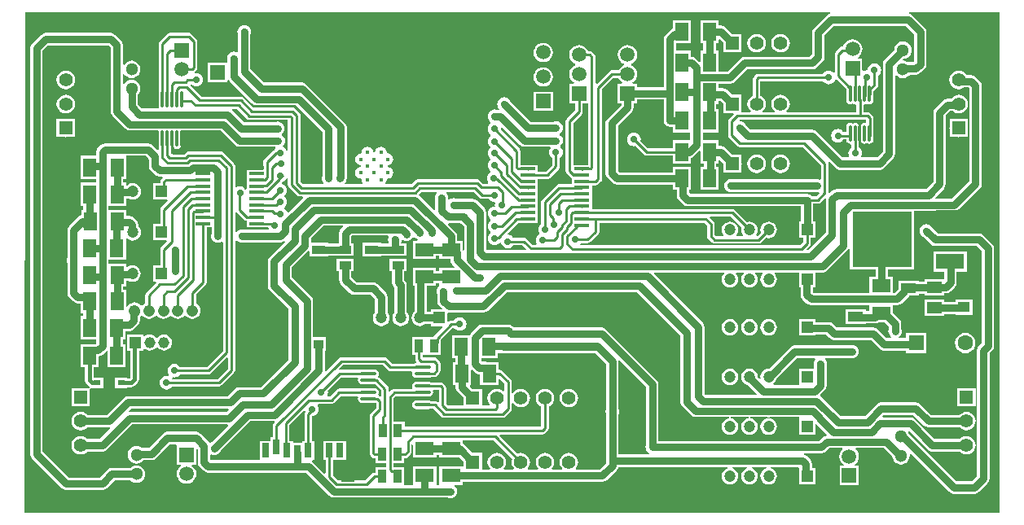
<source format=gbl>
G04*
G04 #@! TF.GenerationSoftware,Altium Limited,Altium Designer,20.2.5 (213)*
G04*
G04 Layer_Physical_Order=2*
G04 Layer_Color=16711680*
%FSLAX44Y44*%
%MOMM*%
G71*
G04*
G04 #@! TF.SameCoordinates,141B8AC5-84E1-4BD6-917F-AD625E5865C0*
G04*
G04*
G04 #@! TF.FilePolarity,Positive*
G04*
G01*
G75*
%ADD16C,0.4000*%
%ADD17C,0.2540*%
%ADD24R,1.3700X1.9100*%
%ADD27R,1.3000X1.1000*%
%ADD29R,1.5082X1.2065*%
%ADD43R,1.2000X1.2000*%
%ADD63C,1.2000*%
%ADD68C,1.4000*%
%ADD69R,1.4000X1.4000*%
%ADD72C,1.1500*%
%ADD73R,1.1500X1.1500*%
%ADD75R,1.4000X1.4000*%
%ADD78C,0.7620*%
%ADD79C,0.4000*%
%ADD80C,1.6000*%
%ADD81R,1.6000X1.6000*%
%ADD82C,1.5000*%
%ADD83R,1.5000X1.5000*%
%ADD84C,1.3000*%
%ADD85R,1.3000X1.3000*%
%ADD86C,1.2080*%
%ADD87C,3.5000*%
%ADD88C,0.7000*%
%ADD89R,1.9100X1.3700*%
%ADD90R,0.9549X1.3562*%
G04:AMPARAMS|DCode=91|XSize=1.6554mm|YSize=0.3808mm|CornerRadius=0.1904mm|HoleSize=0mm|Usage=FLASHONLY|Rotation=0.000|XOffset=0mm|YOffset=0mm|HoleType=Round|Shape=RoundedRectangle|*
%AMROUNDEDRECTD91*
21,1,1.6554,0.0000,0,0,0.0*
21,1,1.2747,0.3808,0,0,0.0*
1,1,0.3808,0.6373,0.0000*
1,1,0.3808,-0.6373,0.0000*
1,1,0.3808,-0.6373,0.0000*
1,1,0.3808,0.6373,0.0000*
%
%ADD91ROUNDEDRECTD91*%
%ADD92R,1.6554X0.3808*%
%ADD93R,0.8000X1.5000*%
%ADD94R,1.3000X1.4000*%
%ADD95R,1.0000X0.9500*%
%ADD96R,1.4000X1.9000*%
%ADD97R,1.6000X1.0500*%
%ADD98R,0.8000X0.6000*%
%ADD99R,3.0000X1.6000*%
%ADD100R,6.2000X5.8000*%
%ADD101O,0.3000X1.7000*%
%ADD102R,1.4500X0.9500*%
%ADD103R,1.2621X0.8081*%
%ADD104R,1.6000X0.3000*%
G36*
X2995000Y870000D02*
X1982395D01*
X1981498Y870899D01*
X1982500Y1390000D01*
X2818646D01*
X2818771Y1388730D01*
X2817522Y1388482D01*
X2815422Y1387078D01*
X2802032Y1373688D01*
X2800628Y1371588D01*
X2800135Y1369110D01*
Y1346792D01*
X2797318Y1343974D01*
X2730000D01*
X2727522Y1343482D01*
X2725422Y1342078D01*
X2712318Y1328974D01*
X2702953D01*
Y1350237D01*
X2700038D01*
Y1357910D01*
X2702953D01*
Y1361884D01*
X2704224Y1362410D01*
X2707960Y1358674D01*
Y1358609D01*
X2707918Y1358290D01*
X2707960Y1357971D01*
Y1348750D01*
X2717181D01*
X2717500Y1348708D01*
X2717819Y1348750D01*
X2727040D01*
Y1357971D01*
X2727082Y1358290D01*
X2727040Y1358609D01*
Y1367830D01*
X2717819D01*
X2717500Y1367872D01*
X2717181Y1367830D01*
X2717116D01*
X2710368Y1374578D01*
X2708268Y1375982D01*
X2705790Y1376474D01*
X2702953D01*
Y1382090D01*
X2684174D01*
Y1357910D01*
X2687089D01*
Y1350237D01*
X2684174D01*
Y1339142D01*
X2683000Y1338656D01*
X2679578Y1342078D01*
X2677478Y1343482D01*
X2675000Y1343974D01*
X2674533D01*
Y1350237D01*
X2658974D01*
Y1357910D01*
X2674533D01*
Y1382090D01*
X2655753D01*
Y1373627D01*
X2655022Y1373482D01*
X2652922Y1372078D01*
X2647922Y1367078D01*
X2646518Y1364978D01*
X2646026Y1362500D01*
Y1312474D01*
X2618352D01*
Y1316040D01*
X2614330D01*
X2613478Y1317168D01*
X2613479Y1317310D01*
X2615472Y1318839D01*
X2617082Y1320937D01*
X2618093Y1323379D01*
X2618438Y1326000D01*
X2618093Y1328621D01*
X2617082Y1331063D01*
X2615472Y1333161D01*
X2613375Y1334770D01*
X2612065Y1335313D01*
Y1336687D01*
X2613375Y1337230D01*
X2615472Y1338839D01*
X2617082Y1340937D01*
X2618093Y1343379D01*
X2618438Y1346000D01*
X2618093Y1348621D01*
X2617082Y1351063D01*
X2615472Y1353161D01*
X2613375Y1354770D01*
X2610933Y1355782D01*
X2608312Y1356127D01*
X2605691Y1355782D01*
X2603249Y1354770D01*
X2601151Y1353161D01*
X2599542Y1351063D01*
X2598530Y1348621D01*
X2598185Y1346000D01*
X2598530Y1343379D01*
X2599542Y1340937D01*
X2601151Y1338839D01*
X2603249Y1337230D01*
X2604559Y1336687D01*
Y1335313D01*
X2603249Y1334770D01*
X2601151Y1333161D01*
X2599542Y1331063D01*
X2599054Y1329885D01*
X2592000D01*
X2590513Y1329589D01*
X2589253Y1328747D01*
X2576405Y1315898D01*
X2575135Y1316424D01*
Y1343750D01*
X2574839Y1345237D01*
X2573997Y1346497D01*
X2571747Y1348747D01*
X2570486Y1349589D01*
X2569000Y1349885D01*
X2567070D01*
X2566582Y1351063D01*
X2564973Y1353161D01*
X2562875Y1354770D01*
X2560433Y1355782D01*
X2557812Y1356127D01*
X2555191Y1355782D01*
X2552749Y1354770D01*
X2550651Y1353161D01*
X2549042Y1351063D01*
X2548030Y1348621D01*
X2547685Y1346000D01*
X2548030Y1343379D01*
X2549042Y1340937D01*
X2550651Y1338839D01*
X2552749Y1337230D01*
X2554059Y1336687D01*
Y1335313D01*
X2552749Y1334770D01*
X2550651Y1333161D01*
X2549042Y1331063D01*
X2548030Y1328621D01*
X2547685Y1326000D01*
X2548030Y1323379D01*
X2549042Y1320937D01*
X2550651Y1318839D01*
X2552644Y1317310D01*
X2552646Y1317168D01*
X2551794Y1316040D01*
X2547772D01*
Y1306351D01*
X2547726Y1306000D01*
X2547772Y1305648D01*
Y1295960D01*
X2553927D01*
Y1288421D01*
X2545253Y1279747D01*
X2544411Y1278487D01*
X2544115Y1277000D01*
Y1225362D01*
X2544411Y1223875D01*
X2545253Y1222615D01*
X2549635Y1218233D01*
X2550230Y1217835D01*
Y1211510D01*
X2537000D01*
X2535513Y1211214D01*
X2534253Y1210372D01*
X2519704Y1195823D01*
X2518862Y1194563D01*
X2518566Y1193076D01*
Y1170119D01*
X2517458Y1169269D01*
X2516336Y1167807D01*
X2515631Y1166104D01*
X2515390Y1164277D01*
X2515631Y1162449D01*
X2516336Y1160746D01*
X2516625Y1160371D01*
X2516166Y1158882D01*
X2515007Y1157992D01*
X2513885Y1156530D01*
X2513180Y1154827D01*
X2512940Y1153000D01*
X2513180Y1151173D01*
X2513714Y1149885D01*
X2513081Y1148615D01*
X2509573D01*
X2503441Y1154747D01*
X2502181Y1155589D01*
X2500694Y1155885D01*
X2489843D01*
X2488992Y1156992D01*
X2487530Y1158114D01*
X2485827Y1158820D01*
X2484460Y1159000D01*
X2483916Y1160253D01*
X2494799Y1171135D01*
X2504770D01*
X2506257Y1171431D01*
X2506270Y1171440D01*
X2515310D01*
Y1177940D01*
Y1184440D01*
Y1190940D01*
Y1197440D01*
Y1203940D01*
Y1210440D01*
Y1216865D01*
X2524750D01*
X2526237Y1217161D01*
X2527497Y1218003D01*
X2536747Y1227253D01*
X2537589Y1228513D01*
X2537885Y1230000D01*
Y1239157D01*
X2538992Y1240008D01*
X2540114Y1241470D01*
X2540820Y1243173D01*
X2541060Y1245000D01*
X2540820Y1246827D01*
X2540114Y1248530D01*
X2538992Y1249992D01*
X2538507Y1250365D01*
Y1251635D01*
X2538992Y1252008D01*
X2540114Y1253470D01*
X2540820Y1255173D01*
X2541060Y1257000D01*
X2540820Y1258827D01*
X2540114Y1260530D01*
X2538992Y1261992D01*
X2538033Y1262729D01*
X2537959Y1262899D01*
Y1264101D01*
X2538033Y1264271D01*
X2538992Y1265008D01*
X2540114Y1266470D01*
X2540820Y1268173D01*
X2541060Y1270000D01*
X2540820Y1271827D01*
X2540114Y1273530D01*
X2538992Y1274992D01*
X2537530Y1276115D01*
X2535827Y1276820D01*
X2534000Y1277060D01*
X2532173Y1276820D01*
X2531339Y1276474D01*
X2507682D01*
X2486460Y1297696D01*
X2486115Y1298530D01*
X2484992Y1299992D01*
X2483530Y1301115D01*
X2481827Y1301820D01*
X2480000Y1302060D01*
X2478173Y1301820D01*
X2476470Y1301115D01*
X2475007Y1299992D01*
X2473885Y1298530D01*
X2473180Y1296827D01*
X2472940Y1295000D01*
X2473180Y1293173D01*
X2473885Y1291470D01*
X2475007Y1290008D01*
X2475090Y1289944D01*
X2474659Y1288674D01*
X2472661D01*
X2471827Y1289020D01*
X2470000Y1289260D01*
X2468173Y1289020D01*
X2466470Y1288315D01*
X2465007Y1287192D01*
X2463885Y1285730D01*
X2463180Y1284027D01*
X2462940Y1282200D01*
X2463180Y1280373D01*
X2463885Y1278670D01*
X2465007Y1277208D01*
X2466128Y1276348D01*
X2466234Y1275964D01*
Y1275236D01*
X2466128Y1274852D01*
X2465007Y1273992D01*
X2463885Y1272530D01*
X2463180Y1270827D01*
X2462940Y1269000D01*
X2463180Y1267173D01*
X2463885Y1265470D01*
X2465007Y1264008D01*
X2465967Y1263271D01*
X2466041Y1263101D01*
Y1261899D01*
X2465967Y1261729D01*
X2465007Y1260992D01*
X2463885Y1259530D01*
X2463180Y1257827D01*
X2462940Y1256000D01*
X2463180Y1254173D01*
X2463885Y1252470D01*
X2465007Y1251008D01*
X2465493Y1250635D01*
Y1249365D01*
X2465007Y1248992D01*
X2463885Y1247530D01*
X2463180Y1245827D01*
X2462940Y1244000D01*
X2463180Y1242173D01*
X2463885Y1240470D01*
X2465007Y1239008D01*
X2465967Y1238271D01*
X2466041Y1238101D01*
Y1236899D01*
X2465967Y1236729D01*
X2465007Y1235992D01*
X2463885Y1234530D01*
X2463180Y1232827D01*
X2462940Y1231000D01*
X2463180Y1229173D01*
X2463885Y1227470D01*
X2465007Y1226008D01*
X2465921Y1225307D01*
X2465753Y1223863D01*
X2465682Y1223833D01*
X2464219Y1222711D01*
X2463097Y1221249D01*
X2462392Y1219546D01*
X2462151Y1217719D01*
X2462392Y1215891D01*
X2463097Y1214188D01*
X2463683Y1213425D01*
X2463057Y1212155D01*
X2458339D01*
X2455247Y1215247D01*
X2453987Y1216089D01*
X2453593Y1216167D01*
X2453591Y1216169D01*
X2452104Y1216465D01*
X2390080D01*
X2388593Y1216169D01*
X2387333Y1215327D01*
X2383751Y1211745D01*
X2357633D01*
X2356954Y1213015D01*
X2357652Y1214059D01*
X2358072Y1216172D01*
X2358503Y1216785D01*
X2359000Y1217282D01*
X2361341Y1217748D01*
X2363326Y1219074D01*
X2364652Y1221059D01*
X2365117Y1223400D01*
X2364652Y1225741D01*
X2363326Y1227726D01*
X2361341Y1229052D01*
X2359024Y1229513D01*
X2358856Y1229786D01*
X2358856Y1231014D01*
X2359024Y1231287D01*
X2361341Y1231748D01*
X2363326Y1233074D01*
X2364652Y1235059D01*
X2365117Y1237400D01*
X2364652Y1239741D01*
X2363326Y1241726D01*
X2361341Y1243052D01*
X2359000Y1243518D01*
X2358503Y1244015D01*
X2358072Y1244628D01*
X2357652Y1246741D01*
X2356326Y1248726D01*
X2354341Y1250052D01*
X2352000Y1250518D01*
X2349659Y1250052D01*
X2347674Y1248726D01*
X2346348Y1246741D01*
X2346067Y1245329D01*
X2344690Y1244381D01*
X2344172Y1244486D01*
X2344072Y1244628D01*
X2343652Y1246741D01*
X2342326Y1248726D01*
X2340341Y1250052D01*
X2338000Y1250518D01*
X2335659Y1250052D01*
X2333674Y1248726D01*
X2332348Y1246741D01*
X2331882Y1244400D01*
X2331385Y1243903D01*
X2330772Y1243472D01*
X2328659Y1243052D01*
X2326674Y1241726D01*
X2325348Y1239741D01*
X2324883Y1237400D01*
X2325348Y1235059D01*
X2326674Y1233074D01*
X2328659Y1231748D01*
X2330772Y1231328D01*
X2330914Y1231228D01*
X2331024Y1230682D01*
X2330136Y1229346D01*
X2328659Y1229052D01*
X2326674Y1227726D01*
X2325348Y1225741D01*
X2324883Y1223400D01*
X2325348Y1221059D01*
X2326674Y1219074D01*
X2328659Y1217748D01*
X2331000Y1217282D01*
X2331882Y1216400D01*
X2332348Y1214059D01*
X2333046Y1213015D01*
X2332367Y1211745D01*
X2315085D01*
X2314690Y1213015D01*
X2315614Y1214220D01*
X2316320Y1215923D01*
X2316560Y1217750D01*
X2316474Y1218403D01*
Y1270868D01*
X2315982Y1273346D01*
X2314578Y1275446D01*
X2274697Y1315328D01*
X2272596Y1316732D01*
X2270118Y1317224D01*
X2230682D01*
X2216474Y1331432D01*
Y1367339D01*
X2216820Y1368173D01*
X2217060Y1370000D01*
X2216820Y1371827D01*
X2216115Y1373530D01*
X2214992Y1374992D01*
X2213530Y1376115D01*
X2211827Y1376820D01*
X2210000Y1377060D01*
X2208173Y1376820D01*
X2206470Y1376115D01*
X2205008Y1374992D01*
X2203885Y1373530D01*
X2203180Y1371827D01*
X2202940Y1370000D01*
X2203180Y1368173D01*
X2203526Y1367339D01*
Y1349468D01*
X2202256Y1348807D01*
X2201017Y1349320D01*
X2199190Y1349560D01*
X2197363Y1349320D01*
X2195660Y1348615D01*
X2194198Y1347493D01*
X2193076Y1346030D01*
X2192370Y1344327D01*
X2192130Y1342500D01*
X2192370Y1340673D01*
X2192716Y1339839D01*
Y1338737D01*
X2192540Y1337540D01*
X2191446Y1337540D01*
X2172460D01*
Y1317460D01*
X2192540D01*
Y1319547D01*
X2193810Y1319932D01*
X2194612Y1318732D01*
X2217922Y1295422D01*
X2220022Y1294018D01*
X2222500Y1293526D01*
X2263818D01*
X2291026Y1266318D01*
Y1220161D01*
X2290680Y1219327D01*
X2290440Y1217500D01*
X2290680Y1215673D01*
X2291385Y1213970D01*
X2292119Y1213015D01*
X2291492Y1211745D01*
X2271249D01*
X2268605Y1214389D01*
Y1282780D01*
X2268309Y1284267D01*
X2267467Y1285527D01*
X2262747Y1290247D01*
X2261487Y1291089D01*
X2260000Y1291385D01*
X2219109D01*
X2209137Y1301357D01*
X2207877Y1302199D01*
X2206390Y1302495D01*
X2165499D01*
X2154010Y1313984D01*
X2154465Y1315325D01*
X2154736Y1315361D01*
X2155008Y1315008D01*
X2156470Y1313885D01*
X2158173Y1313180D01*
X2160000Y1312940D01*
X2161827Y1313180D01*
X2163530Y1313885D01*
X2164992Y1315008D01*
X2166115Y1316470D01*
X2166820Y1318173D01*
X2167060Y1320000D01*
X2166820Y1321827D01*
X2166115Y1323530D01*
X2164992Y1324992D01*
X2163530Y1326115D01*
X2161827Y1326820D01*
X2160000Y1327060D01*
X2159063Y1326937D01*
X2158604Y1328158D01*
X2158747Y1328253D01*
X2160247Y1329753D01*
X2161089Y1331013D01*
X2161385Y1332500D01*
Y1360000D01*
X2161089Y1361487D01*
X2160247Y1362747D01*
X2155247Y1367747D01*
X2153987Y1368589D01*
X2152500Y1368885D01*
X2132500D01*
X2131013Y1368589D01*
X2129753Y1367747D01*
X2122253Y1360247D01*
X2121411Y1358987D01*
X2121115Y1357500D01*
Y1308179D01*
X2120881Y1307000D01*
Y1293000D01*
X2121131Y1291744D01*
X2120417Y1290474D01*
X2103682D01*
X2099474Y1294682D01*
Y1304588D01*
X2100896Y1306441D01*
X2101807Y1308640D01*
X2102118Y1311000D01*
X2101807Y1313360D01*
X2100896Y1315559D01*
X2099447Y1317447D01*
X2097559Y1318896D01*
X2095360Y1319807D01*
X2093000Y1320118D01*
X2090640Y1319807D01*
X2088441Y1318896D01*
X2086553Y1317447D01*
X2085244Y1315742D01*
X2084556Y1315816D01*
X2083974Y1316089D01*
Y1325911D01*
X2084556Y1326184D01*
X2085244Y1326257D01*
X2086553Y1324553D01*
X2088441Y1323104D01*
X2090640Y1322193D01*
X2093000Y1321882D01*
X2095360Y1322193D01*
X2097559Y1323104D01*
X2099447Y1324553D01*
X2100896Y1326441D01*
X2101807Y1328640D01*
X2102118Y1331000D01*
X2101807Y1333360D01*
X2100896Y1335559D01*
X2099447Y1337447D01*
X2097559Y1338896D01*
X2095360Y1339807D01*
X2093000Y1340118D01*
X2090640Y1339807D01*
X2088441Y1338896D01*
X2086553Y1337447D01*
X2085244Y1335742D01*
X2084556Y1335816D01*
X2083974Y1336089D01*
Y1356250D01*
X2083482Y1358728D01*
X2082078Y1360828D01*
X2075828Y1367078D01*
X2073728Y1368482D01*
X2071250Y1368974D01*
X2003500D01*
X2001022Y1368482D01*
X1998922Y1367078D01*
X1989422Y1357578D01*
X1988018Y1355478D01*
X1987526Y1353000D01*
Y931000D01*
X1988018Y928522D01*
X1989422Y926422D01*
X2020422Y895422D01*
X2022522Y894018D01*
X2025000Y893526D01*
X2062500D01*
X2064978Y894018D01*
X2067078Y895422D01*
X2075182Y903526D01*
X2091588D01*
X2093441Y902104D01*
X2095640Y901193D01*
X2098000Y900882D01*
X2100360Y901193D01*
X2102559Y902104D01*
X2104447Y903553D01*
X2105896Y905441D01*
X2106807Y907640D01*
X2107118Y910000D01*
X2106807Y912360D01*
X2105896Y914559D01*
X2104447Y916447D01*
X2102559Y917896D01*
X2100360Y918807D01*
X2098000Y919118D01*
X2095640Y918807D01*
X2093441Y917896D01*
X2091588Y916474D01*
X2072500D01*
X2070022Y915982D01*
X2067922Y914578D01*
X2059818Y906474D01*
X2027682D01*
X2000474Y933682D01*
Y1350318D01*
X2006182Y1356026D01*
X2068568D01*
X2071026Y1353568D01*
Y1287500D01*
X2071518Y1285022D01*
X2072922Y1282922D01*
X2086582Y1269262D01*
X2088682Y1267858D01*
X2091160Y1267366D01*
X2120152D01*
X2120957Y1266384D01*
X2120881Y1266000D01*
Y1252000D01*
X2121115Y1250821D01*
Y1247689D01*
X2119845Y1247052D01*
X2119434Y1247222D01*
X2114578Y1252078D01*
X2112478Y1253482D01*
X2110000Y1253974D01*
X2065000D01*
X2062522Y1253482D01*
X2060422Y1252078D01*
X2057922Y1249578D01*
X2056518Y1247478D01*
X2056026Y1245000D01*
Y1241090D01*
X2039900D01*
Y1216910D01*
X2056026D01*
Y1213090D01*
X2039900D01*
Y1188910D01*
X2042816D01*
Y1184590D01*
X2040400D01*
Y1179164D01*
X2039484Y1178982D01*
X2037384Y1177578D01*
X2027922Y1168116D01*
X2026518Y1166016D01*
X2026026Y1163538D01*
Y1135161D01*
X2025680Y1134327D01*
X2025440Y1132500D01*
X2025680Y1130673D01*
X2026026Y1129839D01*
Y1098512D01*
X2026518Y1096034D01*
X2027922Y1093934D01*
X2032386Y1089470D01*
X2034486Y1088067D01*
X2036964Y1087574D01*
X2039900D01*
Y1077540D01*
X2042711D01*
Y1074374D01*
X2039690D01*
Y1050194D01*
X2056026D01*
Y1045885D01*
X2055354Y1045214D01*
X2052120D01*
X2051494Y1045090D01*
X2039690D01*
Y1020910D01*
X2044451D01*
Y1007343D01*
X2044451Y1007343D01*
X2044803Y1005572D01*
X2045807Y1004070D01*
X2048150Y1001727D01*
X2048150Y1001727D01*
X2049652Y1000723D01*
X2049311Y999540D01*
X2048738Y999540D01*
X2040319D01*
X2040000Y999582D01*
X2039681Y999540D01*
X2030460D01*
Y990319D01*
X2030418Y990000D01*
X2030460Y989681D01*
Y980460D01*
X2039681D01*
X2040000Y980418D01*
X2040319Y980460D01*
X2049540D01*
Y989681D01*
X2049582Y990000D01*
X2049540Y990319D01*
Y998365D01*
X2049540Y998530D01*
X2050360Y999460D01*
X2050602Y999460D01*
X2063440D01*
Y1010540D01*
X2053709D01*
Y1020910D01*
X2058470D01*
Y1032352D01*
X2060514Y1032758D01*
X2062614Y1034162D01*
X2066840Y1038388D01*
X2068110Y1038051D01*
Y1020910D01*
X2086890D01*
Y1045090D01*
X2083974D01*
Y1050194D01*
X2086890D01*
Y1058850D01*
X2090500D01*
X2092978Y1059343D01*
X2095078Y1060746D01*
X2099542Y1065210D01*
X2100945Y1067310D01*
X2101438Y1069788D01*
Y1073358D01*
X2102119Y1073881D01*
X2102700Y1074637D01*
X2104300D01*
X2104881Y1073881D01*
X2106673Y1072505D01*
X2108760Y1071641D01*
X2111000Y1071346D01*
X2113240Y1071641D01*
X2115327Y1072505D01*
X2117119Y1073881D01*
X2117700Y1074637D01*
X2119300D01*
X2119881Y1073881D01*
X2121673Y1072505D01*
X2123760Y1071641D01*
X2126000Y1071346D01*
X2128240Y1071641D01*
X2130327Y1072505D01*
X2132119Y1073881D01*
X2132700Y1074637D01*
X2134300D01*
X2134881Y1073881D01*
X2136673Y1072505D01*
X2138760Y1071641D01*
X2141000Y1071346D01*
X2143240Y1071641D01*
X2145327Y1072505D01*
X2147119Y1073881D01*
X2147700Y1074637D01*
X2149300D01*
X2149881Y1073881D01*
X2151673Y1072505D01*
X2153760Y1071641D01*
X2156000Y1071346D01*
X2158240Y1071641D01*
X2160327Y1072505D01*
X2162119Y1073881D01*
X2163495Y1075673D01*
X2164359Y1077760D01*
X2164654Y1080000D01*
X2164359Y1082240D01*
X2163495Y1084327D01*
X2162119Y1086119D01*
X2160327Y1087495D01*
X2159885Y1087678D01*
Y1096891D01*
X2169747Y1106753D01*
X2170589Y1108013D01*
X2170885Y1109500D01*
Y1166460D01*
X2176026D01*
Y1160161D01*
X2175680Y1159327D01*
X2175440Y1157500D01*
X2175680Y1155673D01*
X2176385Y1153970D01*
X2177508Y1152508D01*
X2178970Y1151385D01*
X2180673Y1150680D01*
X2182500Y1150440D01*
X2184327Y1150680D01*
X2186030Y1151385D01*
X2186495Y1151742D01*
X2187765Y1151116D01*
Y1038259D01*
X2170891Y1021385D01*
X2143342D01*
X2142492Y1022492D01*
X2141030Y1023615D01*
X2139327Y1024320D01*
X2137500Y1024560D01*
X2135673Y1024320D01*
X2133970Y1023615D01*
X2132507Y1022492D01*
X2131385Y1021030D01*
X2130680Y1019327D01*
X2130440Y1017500D01*
X2130680Y1015673D01*
X2131385Y1013970D01*
X2131679Y1013587D01*
X2131396Y1011870D01*
X2131219Y1011753D01*
X2131057Y1011820D01*
X2129230Y1012060D01*
X2127403Y1011820D01*
X2125700Y1011115D01*
X2124238Y1009992D01*
X2123116Y1008530D01*
X2122410Y1006827D01*
X2122170Y1005000D01*
X2122410Y1003173D01*
X2123116Y1001470D01*
X2124238Y1000008D01*
X2125700Y998885D01*
X2127403Y998180D01*
X2129230Y997940D01*
X2131057Y998180D01*
X2132760Y998885D01*
X2134223Y1000008D01*
X2135072Y1001115D01*
X2183630D01*
X2185117Y1001411D01*
X2186377Y1002253D01*
X2199477Y1015353D01*
X2200319Y1016613D01*
X2200615Y1018100D01*
Y1152888D01*
X2201885Y1153319D01*
X2202508Y1152508D01*
X2203970Y1151385D01*
X2205673Y1150680D01*
X2207500Y1150440D01*
X2209327Y1150680D01*
X2210161Y1151026D01*
X2247500D01*
X2249978Y1151518D01*
X2251751Y1152704D01*
X2252561Y1151717D01*
X2236422Y1135578D01*
X2235018Y1133478D01*
X2234526Y1131000D01*
Y1106000D01*
X2235018Y1103522D01*
X2236422Y1101422D01*
X2256186Y1081658D01*
Y1029092D01*
X2227318Y1000224D01*
X2204750D01*
X2202272Y999732D01*
X2200172Y998328D01*
X2192818Y990974D01*
X2089500D01*
X2087022Y990482D01*
X2084922Y989078D01*
X2067318Y971474D01*
X2047057D01*
X2046804Y971804D01*
X2044811Y973333D01*
X2042491Y974294D01*
X2040000Y974622D01*
X2037510Y974294D01*
X2035189Y973333D01*
X2033196Y971804D01*
X2031667Y969811D01*
X2030706Y967490D01*
X2030378Y965000D01*
X2030706Y962510D01*
X2031667Y960189D01*
X2033196Y958196D01*
X2035189Y956667D01*
X2037510Y955706D01*
X2040000Y955378D01*
X2042491Y955706D01*
X2044811Y956667D01*
X2046804Y958196D01*
X2047057Y958526D01*
X2070000D01*
X2070188Y958563D01*
X2070787Y957443D01*
X2059818Y946474D01*
X2047057D01*
X2046804Y946804D01*
X2044811Y948333D01*
X2042491Y949294D01*
X2040000Y949622D01*
X2037510Y949294D01*
X2035189Y948333D01*
X2033196Y946804D01*
X2031667Y944811D01*
X2030706Y942490D01*
X2030378Y940000D01*
X2030706Y937510D01*
X2031667Y935189D01*
X2033196Y933196D01*
X2035189Y931667D01*
X2037510Y930706D01*
X2040000Y930378D01*
X2042491Y930706D01*
X2044811Y931667D01*
X2046804Y933196D01*
X2047057Y933526D01*
X2062500D01*
X2064978Y934018D01*
X2067078Y935422D01*
X2093432Y961776D01*
X2192723D01*
X2193250Y960506D01*
X2176268Y943524D01*
X2175280Y943114D01*
X2174656Y942636D01*
X2173403Y942843D01*
X2172578Y944078D01*
X2164578Y952078D01*
X2162478Y953482D01*
X2160000Y953974D01*
X2130000D01*
X2127522Y953482D01*
X2125422Y952078D01*
X2110848Y937504D01*
X2103071D01*
X2102559Y937896D01*
X2100360Y938807D01*
X2098000Y939118D01*
X2095640Y938807D01*
X2093441Y937896D01*
X2091553Y936447D01*
X2090104Y934559D01*
X2089193Y932360D01*
X2088882Y930000D01*
X2089193Y927640D01*
X2090104Y925441D01*
X2091553Y923553D01*
X2093441Y922104D01*
X2095640Y921193D01*
X2098000Y920882D01*
X2100360Y921193D01*
X2102559Y922104D01*
X2104447Y923553D01*
X2105217Y924555D01*
X2113529D01*
X2116007Y925048D01*
X2118107Y926451D01*
X2132682Y941026D01*
X2139274D01*
X2139960Y940040D01*
Y930351D01*
X2139914Y930000D01*
X2139960Y929649D01*
Y919960D01*
X2143982D01*
X2144834Y918832D01*
X2144833Y918690D01*
X2142839Y917161D01*
X2141230Y915063D01*
X2140219Y912621D01*
X2139873Y910000D01*
X2140219Y907379D01*
X2141230Y904937D01*
X2142839Y902839D01*
X2144937Y901230D01*
X2147379Y900218D01*
X2150000Y899873D01*
X2152621Y900218D01*
X2155063Y901230D01*
X2157161Y902839D01*
X2158770Y904937D01*
X2159782Y907379D01*
X2160127Y910000D01*
X2159782Y912621D01*
X2158770Y915063D01*
X2157161Y917161D01*
X2155168Y918690D01*
X2155166Y918832D01*
X2156018Y919960D01*
X2160040D01*
Y929649D01*
X2160086Y930000D01*
X2160040Y930351D01*
Y935350D01*
X2161310Y936029D01*
X2161526Y935885D01*
Y922464D01*
X2162018Y919986D01*
X2163422Y917886D01*
X2167886Y913422D01*
X2169986Y912018D01*
X2172464Y911526D01*
X2262839D01*
X2263673Y911180D01*
X2265500Y910940D01*
X2267327Y911180D01*
X2268161Y911526D01*
X2274318D01*
X2298482Y887362D01*
X2300582Y885958D01*
X2303060Y885465D01*
X2421484D01*
X2422173Y885180D01*
X2424000Y884940D01*
X2425827Y885180D01*
X2427530Y885885D01*
X2428992Y887008D01*
X2430114Y888470D01*
X2430820Y890173D01*
X2431060Y892000D01*
X2430820Y893827D01*
X2430114Y895530D01*
X2428992Y896992D01*
X2428172Y897622D01*
X2428603Y898892D01*
X2437089D01*
Y901808D01*
X2582250D01*
X2584727Y902301D01*
X2586828Y903704D01*
X2597078Y913954D01*
X2598482Y916055D01*
X2598774Y917526D01*
X2712512D01*
X2712771Y916320D01*
X2710693Y915460D01*
X2708909Y914091D01*
X2707540Y912307D01*
X2706680Y910229D01*
X2706386Y908000D01*
X2706680Y905771D01*
X2707540Y903693D01*
X2708909Y901909D01*
X2710693Y900540D01*
X2712771Y899680D01*
X2715000Y899386D01*
X2717229Y899680D01*
X2719307Y900540D01*
X2721091Y901909D01*
X2722460Y903693D01*
X2723320Y905771D01*
X2723614Y908000D01*
X2723320Y910229D01*
X2722460Y912307D01*
X2721091Y914091D01*
X2719307Y915460D01*
X2717229Y916320D01*
X2717488Y917526D01*
X2732512D01*
X2732771Y916320D01*
X2730693Y915460D01*
X2728909Y914091D01*
X2727540Y912307D01*
X2726680Y910229D01*
X2726386Y908000D01*
X2726680Y905771D01*
X2727540Y903693D01*
X2728909Y901909D01*
X2730693Y900540D01*
X2732771Y899680D01*
X2735000Y899386D01*
X2737229Y899680D01*
X2739307Y900540D01*
X2741091Y901909D01*
X2742460Y903693D01*
X2743320Y905771D01*
X2743614Y908000D01*
X2743320Y910229D01*
X2742460Y912307D01*
X2741091Y914091D01*
X2739307Y915460D01*
X2737229Y916320D01*
X2737488Y917526D01*
X2752512D01*
X2752771Y916320D01*
X2750693Y915460D01*
X2748909Y914091D01*
X2747540Y912307D01*
X2746680Y910229D01*
X2746386Y908000D01*
X2746680Y905771D01*
X2747540Y903693D01*
X2748909Y901909D01*
X2750693Y900540D01*
X2752771Y899680D01*
X2755000Y899386D01*
X2757229Y899680D01*
X2759307Y900540D01*
X2761091Y901909D01*
X2762460Y903693D01*
X2763320Y905771D01*
X2763614Y908000D01*
X2763320Y910229D01*
X2762460Y912307D01*
X2761091Y914091D01*
X2759307Y915460D01*
X2757229Y916320D01*
X2757488Y917526D01*
X2785774D01*
X2786460Y916540D01*
Y908253D01*
X2786427Y908000D01*
X2786460Y907747D01*
Y899460D01*
X2794747D01*
X2795000Y899427D01*
X2795253Y899460D01*
X2803540D01*
Y907747D01*
X2803573Y908000D01*
X2803540Y908253D01*
Y916540D01*
X2800224D01*
Y920500D01*
X2799732Y922978D01*
X2798328Y925078D01*
X2794828Y928578D01*
X2792728Y929982D01*
X2791350Y930256D01*
X2791475Y931526D01*
X2810000D01*
X2812478Y932018D01*
X2814578Y933422D01*
X2818292Y937136D01*
X2831536D01*
X2831944Y935933D01*
X2831589Y935661D01*
X2829980Y933563D01*
X2828969Y931121D01*
X2828623Y928500D01*
X2828969Y925879D01*
X2829980Y923437D01*
X2831589Y921339D01*
X2833582Y919810D01*
X2833584Y919668D01*
X2832732Y918540D01*
X2828710D01*
Y908851D01*
X2828664Y908500D01*
X2828710Y908148D01*
Y898460D01*
X2838398D01*
X2838750Y898414D01*
X2839102Y898460D01*
X2848790D01*
Y908148D01*
X2848836Y908500D01*
X2848790Y908851D01*
Y918540D01*
X2844768D01*
X2843916Y919668D01*
X2843918Y919810D01*
X2845911Y921339D01*
X2847520Y923437D01*
X2848531Y925879D01*
X2848877Y928500D01*
X2848531Y931121D01*
X2847520Y933563D01*
X2845911Y935661D01*
X2845556Y935933D01*
X2845964Y937136D01*
X2874708D01*
X2883464Y928380D01*
X2883693Y926640D01*
X2884604Y924441D01*
X2886053Y922553D01*
X2887941Y921104D01*
X2890140Y920193D01*
X2892500Y919882D01*
X2894860Y920193D01*
X2897059Y921104D01*
X2898947Y922553D01*
X2900396Y924441D01*
X2901307Y926640D01*
X2901618Y929000D01*
X2901475Y930090D01*
X2902547Y931453D01*
X2902855Y931489D01*
X2942922Y891422D01*
X2945022Y890018D01*
X2947500Y889526D01*
X2969000D01*
X2971478Y890018D01*
X2973578Y891422D01*
X2982578Y900422D01*
X2983982Y902522D01*
X2984474Y905000D01*
Y1035818D01*
X2987578Y1038922D01*
X2988982Y1041022D01*
X2989474Y1043500D01*
Y1144536D01*
X2988982Y1147014D01*
X2987578Y1149114D01*
X2978346Y1158346D01*
X2976246Y1159750D01*
X2973768Y1160242D01*
X2930914D01*
X2925460Y1165696D01*
X2925114Y1166530D01*
X2923993Y1167992D01*
X2922530Y1169115D01*
X2920827Y1169820D01*
X2919000Y1170060D01*
X2917173Y1169820D01*
X2915470Y1169115D01*
X2914008Y1167992D01*
X2912885Y1166530D01*
X2912180Y1164827D01*
X2911940Y1163000D01*
X2912180Y1161173D01*
X2912885Y1159470D01*
X2914008Y1158008D01*
X2915470Y1156886D01*
X2916304Y1156540D01*
X2923654Y1149190D01*
X2925754Y1147787D01*
X2928232Y1147294D01*
X2971086D01*
X2976526Y1141854D01*
Y1046182D01*
X2973422Y1043078D01*
X2972018Y1040978D01*
X2971526Y1038500D01*
Y907682D01*
X2966318Y902474D01*
X2950182D01*
X2901309Y951347D01*
X2901307Y951360D01*
X2900396Y953559D01*
X2900092Y953956D01*
X2901049Y954795D01*
X2920422Y935422D01*
X2922522Y934018D01*
X2925000Y933526D01*
X2953443D01*
X2953696Y933196D01*
X2955689Y931667D01*
X2958010Y930706D01*
X2960500Y930378D01*
X2962990Y930706D01*
X2965311Y931667D01*
X2967304Y933196D01*
X2968833Y935189D01*
X2969794Y937510D01*
X2970122Y940000D01*
X2969794Y942490D01*
X2968833Y944811D01*
X2967304Y946804D01*
X2965311Y948333D01*
X2962990Y949294D01*
X2960500Y949622D01*
X2958010Y949294D01*
X2955689Y948333D01*
X2953696Y946804D01*
X2953443Y946474D01*
X2927682D01*
X2906968Y967188D01*
X2904868Y968592D01*
X2902390Y969084D01*
X2873580D01*
X2873094Y970258D01*
X2874362Y971526D01*
X2905442D01*
X2916546Y960422D01*
X2918646Y959018D01*
X2921124Y958526D01*
X2953443D01*
X2953696Y958196D01*
X2955689Y956667D01*
X2958010Y955706D01*
X2960500Y955378D01*
X2962990Y955706D01*
X2965311Y956667D01*
X2967304Y958196D01*
X2968833Y960189D01*
X2969794Y962510D01*
X2970122Y965000D01*
X2969794Y967490D01*
X2968833Y969811D01*
X2967304Y971804D01*
X2965311Y973333D01*
X2962990Y974294D01*
X2960500Y974622D01*
X2958010Y974294D01*
X2955689Y973333D01*
X2953696Y971804D01*
X2953443Y971474D01*
X2923806D01*
X2912702Y982578D01*
X2910602Y983982D01*
X2908124Y984474D01*
X2871680D01*
X2869202Y983982D01*
X2867102Y982578D01*
X2854928Y970404D01*
X2829675D01*
X2809502Y990578D01*
X2808468Y991268D01*
X2808344Y992532D01*
X2813280Y997469D01*
X2814684Y999569D01*
X2815176Y1002047D01*
Y1021940D01*
X2815522Y1022774D01*
X2815762Y1024601D01*
X2815522Y1026429D01*
X2814816Y1028132D01*
X2813762Y1029506D01*
X2813833Y1029894D01*
X2814240Y1030776D01*
X2839089D01*
X2839922Y1030430D01*
X2841750Y1030190D01*
X2843577Y1030430D01*
X2845280Y1031135D01*
X2846742Y1032258D01*
X2847864Y1033720D01*
X2848570Y1035423D01*
X2848810Y1037250D01*
X2848570Y1039077D01*
X2847864Y1040780D01*
X2846742Y1042242D01*
X2845280Y1043364D01*
X2843577Y1044070D01*
X2841750Y1044310D01*
X2839922Y1044070D01*
X2839089Y1043724D01*
X2781850D01*
X2779372Y1043232D01*
X2777272Y1041828D01*
X2755051Y1019607D01*
X2755000Y1019614D01*
X2752771Y1019320D01*
X2750693Y1018460D01*
X2748909Y1017091D01*
X2747540Y1015307D01*
X2746680Y1013229D01*
X2746386Y1011000D01*
X2746543Y1009809D01*
X2745340Y1009216D01*
X2743607Y1010949D01*
X2743614Y1011000D01*
X2743320Y1013229D01*
X2742460Y1015307D01*
X2741091Y1017091D01*
X2739307Y1018460D01*
X2737229Y1019320D01*
X2735000Y1019614D01*
X2732771Y1019320D01*
X2730693Y1018460D01*
X2728909Y1017091D01*
X2727540Y1015307D01*
X2726680Y1013229D01*
X2726386Y1011000D01*
X2726680Y1008771D01*
X2727540Y1006693D01*
X2728909Y1004909D01*
X2730693Y1003540D01*
X2732771Y1002680D01*
X2733684Y1002559D01*
X2742596Y993648D01*
X2742110Y992474D01*
X2708591D01*
X2708139Y992384D01*
X2689146D01*
X2688474Y993055D01*
Y1063000D01*
X2687982Y1065478D01*
X2686578Y1067578D01*
X2635484Y1118672D01*
X2635970Y1119846D01*
X2708569D01*
X2708836Y1119059D01*
X2708898Y1118576D01*
X2707540Y1116807D01*
X2706680Y1114729D01*
X2706386Y1112500D01*
X2706680Y1110271D01*
X2707540Y1108193D01*
X2708909Y1106409D01*
X2710693Y1105040D01*
X2712771Y1104180D01*
X2715000Y1103886D01*
X2717229Y1104180D01*
X2719307Y1105040D01*
X2721091Y1106409D01*
X2722460Y1108193D01*
X2723320Y1110271D01*
X2723614Y1112500D01*
X2723320Y1114729D01*
X2722460Y1116807D01*
X2721103Y1118576D01*
X2721164Y1119059D01*
X2721431Y1119846D01*
X2728569D01*
X2728836Y1119059D01*
X2728897Y1118576D01*
X2727540Y1116807D01*
X2726680Y1114729D01*
X2726386Y1112500D01*
X2726680Y1110271D01*
X2727540Y1108193D01*
X2728909Y1106409D01*
X2730693Y1105040D01*
X2732771Y1104180D01*
X2735000Y1103886D01*
X2737229Y1104180D01*
X2739307Y1105040D01*
X2741091Y1106409D01*
X2742460Y1108193D01*
X2743320Y1110271D01*
X2743614Y1112500D01*
X2743320Y1114729D01*
X2742460Y1116807D01*
X2741103Y1118576D01*
X2741164Y1119059D01*
X2741431Y1119846D01*
X2748569D01*
X2748836Y1119059D01*
X2748898Y1118576D01*
X2747540Y1116807D01*
X2746680Y1114729D01*
X2746386Y1112500D01*
X2746680Y1110271D01*
X2747540Y1108193D01*
X2748909Y1106409D01*
X2750693Y1105040D01*
X2752771Y1104180D01*
X2755000Y1103886D01*
X2757229Y1104180D01*
X2759307Y1105040D01*
X2761091Y1106409D01*
X2762460Y1108193D01*
X2763320Y1110271D01*
X2763614Y1112500D01*
X2763320Y1114729D01*
X2762460Y1116807D01*
X2761103Y1118576D01*
X2761164Y1119059D01*
X2761431Y1119846D01*
X2786460D01*
Y1112753D01*
X2786427Y1112500D01*
X2786460Y1112247D01*
Y1103960D01*
X2788216D01*
Y1096464D01*
X2788708Y1093986D01*
X2790112Y1091886D01*
X2794576Y1087422D01*
X2796676Y1086018D01*
X2799154Y1085526D01*
X2859910D01*
Y1079746D01*
X2856040D01*
Y1081507D01*
X2834960D01*
Y1065928D01*
X2856040D01*
Y1066798D01*
X2865159D01*
X2867636Y1067291D01*
X2868733Y1068024D01*
X2875520D01*
X2880026Y1063518D01*
Y1061371D01*
X2879680Y1060537D01*
X2879440Y1058710D01*
X2879680Y1056883D01*
X2880385Y1055180D01*
X2881508Y1053718D01*
X2882776Y1052744D01*
X2882685Y1052002D01*
X2882432Y1051474D01*
X2877682D01*
X2868578Y1060578D01*
X2866478Y1061982D01*
X2864000Y1062474D01*
X2825682D01*
X2821978Y1066178D01*
X2819878Y1067581D01*
X2817400Y1068074D01*
X2803540D01*
Y1071040D01*
X2795253D01*
X2795000Y1071073D01*
X2794747Y1071040D01*
X2786460D01*
Y1062753D01*
X2786427Y1062500D01*
X2786460Y1062247D01*
Y1053960D01*
X2794747D01*
X2795000Y1053926D01*
X2795253Y1053960D01*
X2803540D01*
Y1055126D01*
X2814718D01*
X2818422Y1051422D01*
X2820522Y1050018D01*
X2823000Y1049526D01*
X2861318D01*
X2870422Y1040422D01*
X2872522Y1039018D01*
X2875000Y1038526D01*
X2898060D01*
Y1035710D01*
X2919140D01*
Y1056790D01*
X2898060D01*
Y1051474D01*
X2890569D01*
X2890315Y1052002D01*
X2890224Y1052744D01*
X2891492Y1053718D01*
X2892614Y1055180D01*
X2893320Y1056883D01*
X2893560Y1058710D01*
X2893320Y1060537D01*
X2892975Y1061371D01*
Y1066200D01*
X2892482Y1068678D01*
X2891078Y1070778D01*
X2884090Y1077766D01*
Y1085526D01*
X2888491D01*
X2890969Y1086018D01*
X2893069Y1087422D01*
X2900783Y1095136D01*
X2900978Y1095427D01*
X2910935D01*
Y1097526D01*
X2917169D01*
Y1095427D01*
X2937331D01*
Y1098026D01*
X2939346D01*
X2941824Y1098518D01*
X2943924Y1099922D01*
X2948388Y1104386D01*
X2949792Y1106486D01*
X2950284Y1108964D01*
Y1120610D01*
X2961290D01*
Y1141690D01*
X2926210D01*
Y1120610D01*
X2937336D01*
Y1113841D01*
X2937331Y1112572D01*
X2917169D01*
Y1110474D01*
X2910935D01*
Y1111008D01*
X2889855D01*
Y1104626D01*
X2889731Y1104000D01*
Y1102395D01*
X2885810Y1098474D01*
X2884090D01*
Y1115223D01*
X2878974D01*
Y1122460D01*
X2906390D01*
Y1183456D01*
X2947930D01*
X2950408Y1183948D01*
X2952508Y1185352D01*
X2974578Y1207422D01*
X2975982Y1209522D01*
X2976474Y1212000D01*
Y1314000D01*
X2975982Y1316478D01*
X2974578Y1318578D01*
X2969799Y1323357D01*
X2967698Y1324761D01*
X2965221Y1325254D01*
X2960493D01*
X2959304Y1326804D01*
X2957311Y1328333D01*
X2954991Y1329294D01*
X2952500Y1329622D01*
X2950009Y1329294D01*
X2947689Y1328333D01*
X2945696Y1326804D01*
X2944167Y1324811D01*
X2943206Y1322490D01*
X2942878Y1320000D01*
X2943206Y1317510D01*
X2944167Y1315189D01*
X2945696Y1313196D01*
X2947689Y1311667D01*
X2950009Y1310706D01*
X2952500Y1310378D01*
X2954991Y1310706D01*
X2957311Y1311667D01*
X2958143Y1312305D01*
X2962539D01*
X2963526Y1311318D01*
Y1214682D01*
X2945248Y1196404D01*
X2928220D01*
X2927734Y1197578D01*
X2937078Y1206922D01*
X2938482Y1209022D01*
X2938974Y1211500D01*
Y1282818D01*
X2943682Y1287526D01*
X2946570D01*
X2947689Y1286667D01*
X2950009Y1285706D01*
X2952500Y1285378D01*
X2954991Y1285706D01*
X2957311Y1286667D01*
X2959304Y1288196D01*
X2960833Y1290189D01*
X2961794Y1292510D01*
X2962122Y1295000D01*
X2961794Y1297490D01*
X2960833Y1299811D01*
X2959304Y1301804D01*
X2957311Y1303333D01*
X2954991Y1304294D01*
X2952500Y1304622D01*
X2950009Y1304294D01*
X2947689Y1303333D01*
X2945696Y1301804D01*
X2944676Y1300474D01*
X2941000D01*
X2938522Y1299982D01*
X2936422Y1298578D01*
X2927922Y1290078D01*
X2926518Y1287978D01*
X2926026Y1285500D01*
Y1214182D01*
X2918408Y1206564D01*
X2825444D01*
X2822966Y1206072D01*
X2820865Y1204668D01*
X2818394Y1202197D01*
X2817155Y1202753D01*
Y1232730D01*
X2816859Y1234217D01*
X2817901Y1234942D01*
X2824422Y1228422D01*
X2826523Y1227018D01*
X2829000Y1226526D01*
X2870340D01*
X2872818Y1227018D01*
X2874918Y1228422D01*
X2884578Y1238082D01*
X2885982Y1240182D01*
X2886474Y1242660D01*
Y1324523D01*
X2887744Y1324954D01*
X2888053Y1324553D01*
X2889941Y1323104D01*
X2892140Y1322193D01*
X2894500Y1321882D01*
X2896860Y1322193D01*
X2899059Y1323104D01*
X2900947Y1324553D01*
X2901717Y1325555D01*
X2908036D01*
X2910514Y1326048D01*
X2912614Y1327451D01*
X2917078Y1331915D01*
X2918482Y1334015D01*
X2918974Y1336493D01*
Y1370000D01*
X2918482Y1372478D01*
X2917078Y1374578D01*
X2904578Y1387078D01*
X2902478Y1388482D01*
X2901229Y1388730D01*
X2901354Y1390000D01*
X2995000D01*
Y870000D01*
D02*
G37*
G36*
X2906026Y1367318D02*
Y1339175D01*
X2905355Y1338504D01*
X2899571D01*
X2899059Y1338896D01*
X2896860Y1339807D01*
X2895135Y1340034D01*
X2894491Y1341306D01*
X2894910Y1341936D01*
X2896860Y1342193D01*
X2899059Y1343104D01*
X2900947Y1344553D01*
X2902397Y1346441D01*
X2903307Y1348640D01*
X2903618Y1351000D01*
X2903307Y1353360D01*
X2902397Y1355559D01*
X2900947Y1357447D01*
X2899059Y1358896D01*
X2896860Y1359807D01*
X2894500Y1360118D01*
X2892140Y1359807D01*
X2889941Y1358896D01*
X2888053Y1357447D01*
X2886604Y1355559D01*
X2885693Y1353360D01*
X2885388Y1351044D01*
X2875422Y1341078D01*
X2874018Y1338978D01*
X2873526Y1336500D01*
Y1245342D01*
X2867658Y1239474D01*
X2851968D01*
X2851307Y1240744D01*
X2851820Y1241983D01*
X2852061Y1243810D01*
X2851820Y1245637D01*
X2851115Y1247340D01*
X2849992Y1248802D01*
X2848885Y1249652D01*
Y1262000D01*
X2848869Y1262078D01*
Y1271500D01*
X2848556Y1273076D01*
X2847663Y1274413D01*
X2846326Y1275306D01*
X2844750Y1275619D01*
X2843174Y1275306D01*
X2842250Y1274688D01*
X2841326Y1275306D01*
X2839750Y1275619D01*
X2838174Y1275306D01*
X2836837Y1274413D01*
X2835945Y1273076D01*
X2835631Y1271500D01*
Y1265885D01*
X2832842D01*
X2831992Y1266992D01*
X2830530Y1268114D01*
X2828828Y1268820D01*
X2827000Y1269060D01*
X2825173Y1268820D01*
X2823470Y1268114D01*
X2822008Y1266992D01*
X2820886Y1265530D01*
X2820180Y1263827D01*
X2819940Y1262000D01*
X2820180Y1260173D01*
X2820886Y1258470D01*
X2822008Y1257008D01*
X2823470Y1255885D01*
X2825173Y1255180D01*
X2827000Y1254940D01*
X2828828Y1255180D01*
X2830530Y1255885D01*
X2831992Y1257008D01*
X2832842Y1258115D01*
X2835631D01*
Y1257500D01*
X2835945Y1255924D01*
X2836837Y1254587D01*
X2838174Y1253694D01*
X2839750Y1253381D01*
X2840134Y1253457D01*
X2841115Y1252652D01*
Y1249652D01*
X2840008Y1248802D01*
X2838885Y1247340D01*
X2838180Y1245637D01*
X2837939Y1243810D01*
X2838180Y1241983D01*
X2838693Y1240744D01*
X2838032Y1239474D01*
X2831682D01*
X2804578Y1266578D01*
X2802478Y1267982D01*
X2800000Y1268474D01*
X2735682D01*
X2731460Y1272696D01*
X2731115Y1273530D01*
X2729992Y1274992D01*
X2728530Y1276115D01*
X2726827Y1276820D01*
X2725334Y1277017D01*
X2724779Y1277830D01*
X2724646Y1278295D01*
X2724852Y1278615D01*
X2855891D01*
X2856115Y1278391D01*
Y1276348D01*
X2855134Y1275543D01*
X2854750Y1275619D01*
X2853174Y1275306D01*
X2851837Y1274413D01*
X2850945Y1273076D01*
X2850631Y1271500D01*
Y1257500D01*
X2850945Y1255924D01*
X2851837Y1254587D01*
X2853174Y1253694D01*
X2854750Y1253381D01*
X2856326Y1253694D01*
X2857250Y1254312D01*
X2858174Y1253694D01*
X2859750Y1253381D01*
X2861326Y1253694D01*
X2862663Y1254587D01*
X2863556Y1255924D01*
X2863869Y1257500D01*
Y1261922D01*
X2863885Y1262000D01*
Y1280000D01*
X2863589Y1281487D01*
X2862747Y1282747D01*
X2860247Y1285247D01*
X2858987Y1286089D01*
X2857500Y1286385D01*
X2853885D01*
Y1293671D01*
X2854750Y1294381D01*
X2856326Y1294694D01*
X2857250Y1295312D01*
X2858174Y1294694D01*
X2859750Y1294381D01*
X2861326Y1294694D01*
X2862663Y1295587D01*
X2863556Y1296924D01*
X2863869Y1298500D01*
Y1304520D01*
X2863965Y1305000D01*
Y1308471D01*
X2867747Y1312253D01*
X2868589Y1313513D01*
X2868885Y1315000D01*
Y1324158D01*
X2869992Y1325008D01*
X2871115Y1326470D01*
X2871820Y1328173D01*
X2872061Y1330000D01*
X2871820Y1331827D01*
X2871115Y1333530D01*
X2869992Y1334993D01*
X2868530Y1336115D01*
X2866827Y1336820D01*
X2865000Y1337060D01*
X2863173Y1336820D01*
X2861470Y1336115D01*
X2860008Y1334993D01*
X2858885Y1333530D01*
X2858180Y1331827D01*
X2858093Y1331162D01*
X2856730Y1330060D01*
X2854903Y1329820D01*
X2853560Y1329264D01*
X2852290Y1329864D01*
Y1331649D01*
X2852336Y1332000D01*
X2852290Y1332352D01*
Y1342040D01*
X2848268D01*
X2847416Y1343168D01*
X2847417Y1343310D01*
X2849411Y1344839D01*
X2851020Y1346937D01*
X2852032Y1349379D01*
X2852377Y1352000D01*
X2852032Y1354621D01*
X2851020Y1357063D01*
X2849411Y1359161D01*
X2847313Y1360770D01*
X2844871Y1361782D01*
X2842250Y1362127D01*
X2839629Y1361782D01*
X2837187Y1360770D01*
X2835089Y1359161D01*
X2833480Y1357063D01*
X2832578Y1354885D01*
X2832000D01*
X2830513Y1354589D01*
X2829253Y1353747D01*
X2824753Y1349247D01*
X2823911Y1347987D01*
X2823615Y1346500D01*
Y1328115D01*
X2822939Y1327740D01*
X2822345Y1327605D01*
X2821030Y1328615D01*
X2819327Y1329320D01*
X2817500Y1329560D01*
X2815673Y1329320D01*
X2813970Y1328615D01*
X2812508Y1327492D01*
X2811657Y1326385D01*
X2743988D01*
X2742501Y1326089D01*
X2741241Y1325247D01*
X2739753Y1323759D01*
X2738911Y1322499D01*
X2738615Y1321012D01*
Y1303717D01*
X2737689Y1303333D01*
X2735696Y1301804D01*
X2734167Y1299811D01*
X2733206Y1297491D01*
X2732878Y1295000D01*
X2733206Y1292510D01*
X2734167Y1290189D01*
X2735696Y1288196D01*
X2736401Y1287655D01*
X2735970Y1286385D01*
X2727040D01*
Y1294681D01*
X2727082Y1295000D01*
X2727040Y1295319D01*
Y1304540D01*
X2717819D01*
X2717500Y1304582D01*
X2717181Y1304540D01*
X2717116D01*
X2712078Y1309578D01*
X2709978Y1310982D01*
X2707500Y1311474D01*
X2702953D01*
Y1316026D01*
X2715000D01*
X2717478Y1316518D01*
X2719578Y1317922D01*
X2732682Y1331026D01*
X2800000D01*
X2802478Y1331518D01*
X2804578Y1332922D01*
X2811188Y1339532D01*
X2812592Y1341632D01*
X2813084Y1344110D01*
Y1366428D01*
X2822682Y1376026D01*
X2897318D01*
X2906026Y1367318D01*
D02*
G37*
G36*
X2825563Y1320480D02*
X2835631Y1310412D01*
Y1298500D01*
X2835945Y1296924D01*
X2836837Y1295587D01*
X2838174Y1294694D01*
X2839750Y1294381D01*
X2841326Y1294694D01*
X2842250Y1295312D01*
X2843174Y1294694D01*
X2844750Y1294381D01*
X2845134Y1294457D01*
X2846115Y1293651D01*
Y1286385D01*
X2774030D01*
X2773599Y1287655D01*
X2774304Y1288196D01*
X2775833Y1290189D01*
X2776794Y1292510D01*
X2777122Y1295000D01*
X2776794Y1297491D01*
X2775833Y1299811D01*
X2774304Y1301804D01*
X2772311Y1303333D01*
X2769991Y1304294D01*
X2767500Y1304622D01*
X2765009Y1304294D01*
X2762689Y1303333D01*
X2760696Y1301804D01*
X2759167Y1299811D01*
X2758206Y1297491D01*
X2757878Y1295000D01*
X2758206Y1292510D01*
X2759167Y1290189D01*
X2760696Y1288196D01*
X2761401Y1287655D01*
X2760970Y1286385D01*
X2749030D01*
X2748599Y1287655D01*
X2749304Y1288196D01*
X2750833Y1290189D01*
X2751794Y1292510D01*
X2752122Y1295000D01*
X2751794Y1297491D01*
X2750833Y1299811D01*
X2749304Y1301804D01*
X2747311Y1303333D01*
X2746385Y1303717D01*
Y1318615D01*
X2811657D01*
X2812508Y1317508D01*
X2813970Y1316385D01*
X2815673Y1315680D01*
X2817500Y1315440D01*
X2819327Y1315680D01*
X2821030Y1316385D01*
X2822492Y1317508D01*
X2823615Y1318970D01*
X2824102Y1320146D01*
X2825360Y1320511D01*
X2825563Y1320480D01*
D02*
G37*
G36*
X2200672Y1252172D02*
X2202772Y1250768D01*
X2205250Y1250276D01*
X2242094D01*
X2242511Y1249046D01*
X2242508Y1248998D01*
X2242474Y1248949D01*
X2241385Y1247530D01*
X2241370Y1247493D01*
X2240253Y1246747D01*
X2230793Y1237287D01*
X2229951Y1236027D01*
X2229655Y1234540D01*
Y1226540D01*
X2212460D01*
Y1218460D01*
Y1206610D01*
X2211190Y1206179D01*
X2210499Y1207079D01*
X2209037Y1208202D01*
X2207334Y1208907D01*
X2205506Y1209147D01*
X2203679Y1208907D01*
X2201976Y1208202D01*
X2201754Y1208031D01*
X2200615Y1208593D01*
Y1230567D01*
X2200319Y1232053D01*
X2199477Y1233314D01*
X2188264Y1244527D01*
X2187003Y1245369D01*
X2185517Y1245665D01*
X2151635D01*
X2150149Y1245369D01*
X2148889Y1244527D01*
X2147166Y1242805D01*
X2133973D01*
Y1251264D01*
X2134119Y1252000D01*
Y1266000D01*
X2134969Y1266394D01*
X2135881Y1265304D01*
Y1252000D01*
X2136194Y1250424D01*
X2137087Y1249087D01*
X2138424Y1248194D01*
X2140000Y1247881D01*
X2141576Y1248194D01*
X2142913Y1249087D01*
X2143806Y1250424D01*
X2144119Y1252000D01*
Y1266000D01*
X2144043Y1266384D01*
X2144848Y1267366D01*
X2185478D01*
X2200672Y1252172D01*
D02*
G37*
G36*
X2212649Y1279673D02*
X2213909Y1278831D01*
X2215396Y1278535D01*
X2255385D01*
Y1246574D01*
X2254115Y1246321D01*
X2253615Y1247530D01*
X2252492Y1248992D01*
X2251030Y1250115D01*
X2250483Y1250341D01*
X2250243Y1251753D01*
X2250276Y1251802D01*
X2251364Y1253220D01*
X2252070Y1254923D01*
X2252310Y1256750D01*
X2252070Y1258577D01*
X2251364Y1260280D01*
X2250242Y1261742D01*
X2249234Y1262516D01*
X2249097Y1263829D01*
X2249178Y1264074D01*
X2249742Y1264508D01*
X2250865Y1265970D01*
X2251570Y1267673D01*
X2251810Y1269500D01*
X2251570Y1271327D01*
X2250865Y1273030D01*
X2249742Y1274492D01*
X2248280Y1275614D01*
X2246577Y1276320D01*
X2244750Y1276560D01*
X2242923Y1276320D01*
X2242089Y1275974D01*
X2209550D01*
X2197149Y1288375D01*
X2197436Y1289645D01*
X2202677D01*
X2212649Y1279673D01*
D02*
G37*
G36*
X2567365Y1231520D02*
X2551885D01*
Y1275391D01*
X2560559Y1284065D01*
X2561401Y1285325D01*
X2561696Y1286812D01*
Y1295960D01*
X2567365D01*
Y1231520D01*
D02*
G37*
G36*
X2496422Y1252422D02*
X2498522Y1251018D01*
X2501000Y1250526D01*
X2527816D01*
X2528442Y1249256D01*
X2527885Y1248530D01*
X2527180Y1246827D01*
X2526940Y1245000D01*
X2527180Y1243173D01*
X2527885Y1241470D01*
X2529008Y1240008D01*
X2530115Y1239157D01*
Y1231609D01*
X2523141Y1224635D01*
X2515310D01*
Y1231520D01*
X2497045D01*
Y1245840D01*
X2496749Y1247327D01*
X2495907Y1248587D01*
X2476878Y1267616D01*
X2477060Y1269000D01*
X2476911Y1270137D01*
X2478114Y1270730D01*
X2496422Y1252422D01*
D02*
G37*
G36*
X2646026Y1277500D02*
X2646518Y1275022D01*
X2647922Y1272922D01*
X2650022Y1271518D01*
X2652500Y1271026D01*
X2655753D01*
Y1265410D01*
X2673526D01*
Y1257090D01*
X2655753D01*
Y1248885D01*
X2629609D01*
X2621878Y1256616D01*
X2622061Y1258000D01*
X2621820Y1259827D01*
X2621115Y1261530D01*
X2619992Y1262992D01*
X2618530Y1264115D01*
X2616827Y1264820D01*
X2615000Y1265060D01*
X2613173Y1264820D01*
X2611470Y1264115D01*
X2610008Y1262992D01*
X2608885Y1261530D01*
X2608180Y1259827D01*
X2607939Y1258000D01*
X2608180Y1256173D01*
X2608885Y1254470D01*
X2610008Y1253008D01*
X2611470Y1251886D01*
X2613173Y1251180D01*
X2615000Y1250940D01*
X2616384Y1251122D01*
X2625253Y1242253D01*
X2626513Y1241411D01*
X2628000Y1241115D01*
X2655753D01*
Y1232910D01*
X2674533D01*
Y1238930D01*
X2674978Y1239018D01*
X2677078Y1240422D01*
X2683000Y1246344D01*
X2684174Y1245858D01*
Y1232910D01*
X2687736D01*
Y1229590D01*
X2684174D01*
Y1205410D01*
X2702953D01*
Y1229590D01*
X2700685D01*
Y1232910D01*
X2702953D01*
Y1236481D01*
X2704127Y1236967D01*
X2707960Y1233134D01*
Y1233069D01*
X2707918Y1232750D01*
X2707960Y1232431D01*
Y1223210D01*
X2717181D01*
X2717500Y1223168D01*
X2717819Y1223210D01*
X2727040D01*
Y1232431D01*
X2727082Y1232750D01*
X2727040Y1233069D01*
Y1242290D01*
X2717819D01*
X2717500Y1242332D01*
X2717181Y1242290D01*
X2717116D01*
X2709828Y1249578D01*
X2707728Y1250982D01*
X2705250Y1251474D01*
X2702953D01*
Y1257090D01*
X2686474D01*
Y1265410D01*
X2702953D01*
Y1289590D01*
X2700685D01*
Y1294910D01*
X2702953D01*
Y1298526D01*
X2704818D01*
X2707960Y1295384D01*
Y1295319D01*
X2707918Y1295000D01*
X2707960Y1294681D01*
Y1285460D01*
X2717181D01*
X2717500Y1285418D01*
X2717819Y1285460D01*
X2718170D01*
X2718696Y1284190D01*
X2713983Y1279477D01*
X2713141Y1278217D01*
X2712845Y1276730D01*
Y1262270D01*
X2713141Y1260783D01*
X2713983Y1259523D01*
X2722253Y1251253D01*
X2723513Y1250411D01*
X2725000Y1250115D01*
X2790391D01*
X2809385Y1231121D01*
Y1216919D01*
X2808115Y1216286D01*
X2806827Y1216820D01*
X2805000Y1217060D01*
X2803173Y1216820D01*
X2802339Y1216474D01*
X2718661D01*
X2717827Y1216820D01*
X2716000Y1217060D01*
X2714173Y1216820D01*
X2712470Y1216115D01*
X2711008Y1214992D01*
X2709886Y1213530D01*
X2709180Y1211827D01*
X2708940Y1210000D01*
X2709180Y1208173D01*
X2709886Y1206470D01*
X2711008Y1205007D01*
X2712470Y1203885D01*
X2714173Y1203180D01*
X2716000Y1202940D01*
X2717827Y1203180D01*
X2718661Y1203526D01*
X2802339D01*
X2803173Y1203180D01*
X2805000Y1202940D01*
X2806827Y1203180D01*
X2806935Y1203225D01*
X2807654Y1202148D01*
X2804391Y1198885D01*
X2800042D01*
X2799578Y1199578D01*
X2797478Y1200982D01*
X2795000Y1201474D01*
X2673682D01*
X2672264Y1202892D01*
Y1205410D01*
X2674533D01*
Y1229590D01*
X2655753D01*
Y1223974D01*
X2600182D01*
X2598474Y1225682D01*
Y1272318D01*
X2612890Y1286734D01*
X2614294Y1288834D01*
X2614786Y1291312D01*
Y1295960D01*
X2618352D01*
Y1299526D01*
X2646026D01*
Y1277500D01*
D02*
G37*
G36*
X2110278Y1238066D02*
X2110623Y1237232D01*
X2110914Y1236854D01*
Y1230464D01*
X2111406Y1227986D01*
X2112810Y1225886D01*
X2117274Y1221422D01*
X2119374Y1220018D01*
X2121852Y1219526D01*
X2124736D01*
X2125262Y1218256D01*
X2123753Y1216747D01*
X2122911Y1215487D01*
X2122615Y1214000D01*
Y1212540D01*
X2115460D01*
Y1204253D01*
X2115427Y1204000D01*
X2115460Y1203747D01*
Y1195460D01*
X2123747D01*
X2124000Y1195427D01*
X2124253Y1195460D01*
X2129807D01*
X2130293Y1194287D01*
X2123753Y1187747D01*
X2122911Y1186487D01*
X2122615Y1185000D01*
Y1170040D01*
X2115460D01*
Y1161753D01*
X2115427Y1161500D01*
X2115460Y1161247D01*
Y1152960D01*
X2123747D01*
X2124000Y1152927D01*
X2124253Y1152960D01*
X2128831D01*
X2129317Y1151787D01*
X2123753Y1146222D01*
X2122911Y1144962D01*
X2122615Y1143475D01*
Y1127040D01*
X2115210D01*
Y1118753D01*
X2115177Y1118500D01*
X2115210Y1118247D01*
Y1109960D01*
X2117807D01*
X2118293Y1108787D01*
X2108253Y1098747D01*
X2107411Y1097487D01*
X2107115Y1096000D01*
Y1087678D01*
X2106673Y1087495D01*
X2104881Y1086119D01*
X2104300Y1085363D01*
X2102700D01*
X2102119Y1086119D01*
X2100327Y1087495D01*
X2098240Y1088359D01*
X2096000Y1088654D01*
X2093760Y1088359D01*
X2091673Y1087495D01*
X2089881Y1086119D01*
X2088505Y1084327D01*
X2088370Y1084000D01*
X2087100Y1084253D01*
Y1101720D01*
X2084184D01*
Y1104910D01*
X2087100D01*
Y1111276D01*
X2089137D01*
X2089443Y1111040D01*
X2091521Y1110180D01*
X2093750Y1109886D01*
X2095979Y1110180D01*
X2098057Y1111040D01*
X2099841Y1112409D01*
X2101210Y1114193D01*
X2102070Y1116271D01*
X2102364Y1118500D01*
X2102070Y1120729D01*
X2101210Y1122807D01*
X2099841Y1124591D01*
X2098057Y1125960D01*
X2095979Y1126820D01*
X2093750Y1127114D01*
X2091521Y1126820D01*
X2089443Y1125960D01*
X2088370Y1125136D01*
X2087100Y1125762D01*
Y1129090D01*
X2068974D01*
Y1133015D01*
X2086995D01*
Y1154646D01*
X2088265Y1155136D01*
X2089693Y1154040D01*
X2091771Y1153180D01*
X2094000Y1152886D01*
X2096229Y1153180D01*
X2098307Y1154040D01*
X2100091Y1155409D01*
X2101460Y1157193D01*
X2102320Y1159271D01*
X2102614Y1161500D01*
X2102320Y1163729D01*
X2101460Y1165807D01*
X2100091Y1167591D01*
X2099724Y1167872D01*
Y1169500D01*
X2099232Y1171978D01*
X2097828Y1174078D01*
X2095078Y1176828D01*
X2092978Y1178232D01*
X2090500Y1178724D01*
X2087600D01*
Y1184590D01*
X2068974D01*
Y1188910D01*
X2087100D01*
Y1196687D01*
X2089501D01*
X2089693Y1196540D01*
X2091771Y1195680D01*
X2094000Y1195386D01*
X2096229Y1195680D01*
X2098307Y1196540D01*
X2100091Y1197909D01*
X2101460Y1199693D01*
X2102320Y1201771D01*
X2102614Y1204000D01*
X2102320Y1206229D01*
X2101460Y1208307D01*
X2100091Y1210091D01*
X2098307Y1211460D01*
X2096229Y1212320D01*
X2094000Y1212614D01*
X2091771Y1212320D01*
X2089693Y1211460D01*
X2088370Y1210444D01*
X2087100Y1211036D01*
Y1213090D01*
X2084184D01*
Y1216910D01*
X2087100D01*
Y1241026D01*
X2107318D01*
X2110278Y1238066D01*
D02*
G37*
G36*
X2409760Y1202940D02*
X2409895Y1202345D01*
X2408885Y1201030D01*
X2408180Y1199327D01*
X2407940Y1197500D01*
X2408180Y1195673D01*
X2408526Y1194839D01*
Y1184927D01*
X2407256Y1184401D01*
X2391918Y1199738D01*
X2391740Y1199857D01*
X2391615Y1201121D01*
X2394109Y1203615D01*
X2409385D01*
X2409760Y1202940D01*
D02*
G37*
G36*
X2255385Y1217426D02*
Y1211046D01*
X2255681Y1209559D01*
X2256523Y1208299D01*
X2264789Y1200033D01*
X2266049Y1199191D01*
X2267536Y1198895D01*
X2270580D01*
X2271066Y1197722D01*
X2255693Y1182349D01*
X2254327Y1182779D01*
X2253814Y1184017D01*
X2252692Y1185480D01*
X2251988Y1186020D01*
X2251981Y1187615D01*
X2252492Y1188008D01*
X2253615Y1189470D01*
X2254320Y1191173D01*
X2254560Y1193000D01*
X2254320Y1194827D01*
X2253615Y1196530D01*
X2252492Y1197992D01*
X2252007Y1198365D01*
Y1199635D01*
X2252492Y1200008D01*
X2253615Y1201470D01*
X2254320Y1203173D01*
X2254560Y1205000D01*
X2254320Y1206827D01*
X2253615Y1208530D01*
X2252492Y1209992D01*
X2251030Y1211115D01*
X2249327Y1211820D01*
X2249314Y1213102D01*
X2249327Y1213180D01*
X2251030Y1213885D01*
X2252492Y1215008D01*
X2253615Y1216470D01*
X2254115Y1217679D01*
X2255385Y1217426D01*
D02*
G37*
G36*
X2202253Y1182253D02*
X2210023Y1174483D01*
X2211283Y1173641D01*
X2212460Y1173407D01*
Y1166460D01*
X2233540D01*
Y1166615D01*
X2234894D01*
X2235462Y1165244D01*
X2234912Y1163974D01*
X2210161D01*
X2209327Y1164320D01*
X2207500Y1164560D01*
X2205673Y1164320D01*
X2203970Y1163615D01*
X2202508Y1162492D01*
X2201885Y1161681D01*
X2200615Y1162112D01*
Y1182419D01*
X2201885Y1182805D01*
X2202253Y1182253D01*
D02*
G37*
G36*
X2726855Y1166652D02*
X2726680Y1166229D01*
X2726386Y1164000D01*
X2726680Y1161771D01*
X2727540Y1159693D01*
X2728391Y1158585D01*
X2727765Y1157315D01*
X2722235D01*
X2721609Y1158585D01*
X2722460Y1159693D01*
X2723320Y1161771D01*
X2723614Y1164000D01*
X2723320Y1166229D01*
X2722460Y1168307D01*
X2721091Y1170091D01*
X2719307Y1171460D01*
X2717229Y1172320D01*
X2715000Y1172614D01*
X2712771Y1172320D01*
X2710693Y1171460D01*
X2708909Y1170091D01*
X2707540Y1168307D01*
X2706680Y1166229D01*
X2706386Y1164000D01*
X2706680Y1161771D01*
X2707540Y1159693D01*
X2708391Y1158585D01*
X2707765Y1157315D01*
X2700679D01*
X2698885Y1159109D01*
Y1170000D01*
X2698589Y1171487D01*
X2697747Y1172747D01*
X2693802Y1176692D01*
X2694288Y1177865D01*
X2715641D01*
X2726855Y1166652D01*
D02*
G37*
G36*
X2599542Y1320937D02*
X2601151Y1318839D01*
X2603145Y1317310D01*
X2603146Y1317168D01*
X2602294Y1316040D01*
X2598272D01*
Y1306351D01*
X2598225Y1306000D01*
X2598272Y1305648D01*
Y1295960D01*
X2601837D01*
Y1293994D01*
X2587422Y1279578D01*
X2586018Y1277478D01*
X2585526Y1275000D01*
Y1223000D01*
X2586018Y1220522D01*
X2587422Y1218422D01*
X2592922Y1212922D01*
X2595022Y1211518D01*
X2597500Y1211026D01*
X2655753D01*
Y1205410D01*
X2659315D01*
Y1200210D01*
X2659808Y1197732D01*
X2661212Y1195632D01*
X2666422Y1190422D01*
X2668522Y1189018D01*
X2671000Y1188526D01*
X2788526D01*
Y1172540D01*
X2786460D01*
Y1164253D01*
X2786427Y1164000D01*
X2786460Y1163747D01*
Y1155460D01*
X2791115D01*
Y1151609D01*
X2787491Y1147985D01*
X2559781D01*
X2559340Y1149137D01*
X2560042Y1150083D01*
X2566968D01*
X2568455Y1150379D01*
X2569715Y1151221D01*
X2577747Y1159253D01*
X2578589Y1160513D01*
X2578885Y1162000D01*
Y1171365D01*
X2688141D01*
X2691115Y1168391D01*
Y1157500D01*
X2691411Y1156013D01*
X2692253Y1154753D01*
X2696323Y1150683D01*
X2697584Y1149841D01*
X2699070Y1149545D01*
X2744430D01*
X2745917Y1149841D01*
X2747177Y1150683D01*
X2752349Y1155855D01*
X2752771Y1155680D01*
X2755000Y1155386D01*
X2757229Y1155680D01*
X2759307Y1156540D01*
X2761091Y1157909D01*
X2762460Y1159693D01*
X2763320Y1161771D01*
X2763614Y1164000D01*
X2763320Y1166229D01*
X2762460Y1168307D01*
X2761091Y1170091D01*
X2759307Y1171460D01*
X2757229Y1172320D01*
X2755000Y1172614D01*
X2752771Y1172320D01*
X2750693Y1171460D01*
X2748909Y1170091D01*
X2747540Y1168307D01*
X2746680Y1166229D01*
X2746386Y1164000D01*
X2746680Y1161771D01*
X2746855Y1161348D01*
X2743375Y1157869D01*
X2742726Y1157954D01*
X2742166Y1159310D01*
X2742460Y1159693D01*
X2743320Y1161771D01*
X2743614Y1164000D01*
X2743320Y1166229D01*
X2742460Y1168307D01*
X2741091Y1170091D01*
X2739307Y1171460D01*
X2737229Y1172320D01*
X2735000Y1172614D01*
X2732771Y1172320D01*
X2732348Y1172145D01*
X2719997Y1184497D01*
X2718737Y1185339D01*
X2717250Y1185635D01*
X2571310D01*
Y1197440D01*
Y1203940D01*
Y1210365D01*
X2575250D01*
X2576736Y1210661D01*
X2577997Y1211503D01*
X2580747Y1214253D01*
X2581589Y1215513D01*
X2581885Y1217000D01*
Y1310391D01*
X2593609Y1322115D01*
X2599054D01*
X2599542Y1320937D01*
D02*
G37*
G36*
X2312820Y1167192D02*
X2310422Y1164794D01*
X2309018Y1162694D01*
X2308526Y1160216D01*
Y1150001D01*
X2306149D01*
Y1149894D01*
X2297290D01*
Y1150710D01*
X2279294D01*
Y1155138D01*
X2292522Y1168366D01*
X2312334D01*
X2312820Y1167192D01*
D02*
G37*
G36*
X2814562Y1196272D02*
X2814416Y1195536D01*
Y1161072D01*
X2796298Y1142954D01*
X2795107D01*
X2794621Y1144128D01*
X2797747Y1147253D01*
X2798589Y1148513D01*
X2798885Y1150000D01*
Y1155460D01*
X2803540D01*
Y1163747D01*
X2803573Y1164000D01*
X2803540Y1164253D01*
Y1172540D01*
X2801474D01*
Y1191115D01*
X2806000D01*
X2807487Y1191411D01*
X2808747Y1192253D01*
X2813391Y1196898D01*
X2814562Y1196272D01*
D02*
G37*
G36*
X2454753Y1197253D02*
X2456013Y1196411D01*
X2457500Y1196115D01*
X2464158D01*
X2465007Y1195007D01*
X2466470Y1193885D01*
X2468173Y1193180D01*
X2469778Y1192969D01*
X2470654Y1191989D01*
X2470670Y1191747D01*
X2470440Y1190000D01*
X2470536Y1189271D01*
X2470004Y1188071D01*
X2469507Y1187996D01*
X2468173Y1187820D01*
X2466470Y1187114D01*
X2465007Y1185992D01*
X2463885Y1184530D01*
X2463180Y1182827D01*
X2462940Y1181000D01*
X2463180Y1179173D01*
X2463885Y1177470D01*
X2465007Y1176008D01*
X2465967Y1175271D01*
X2466041Y1175101D01*
Y1173899D01*
X2465967Y1173729D01*
X2465007Y1172992D01*
X2463885Y1171530D01*
X2463180Y1169827D01*
X2462940Y1168000D01*
X2463180Y1166173D01*
X2463885Y1164470D01*
X2465007Y1163008D01*
X2465967Y1162271D01*
X2466041Y1162101D01*
Y1160899D01*
X2465967Y1160729D01*
X2465007Y1159992D01*
X2463885Y1158530D01*
X2463180Y1156827D01*
X2462940Y1155000D01*
X2463180Y1153173D01*
X2463885Y1151470D01*
X2465007Y1150008D01*
X2466470Y1148885D01*
X2468173Y1148180D01*
X2470000Y1147940D01*
X2471827Y1148180D01*
X2473530Y1148885D01*
X2474992Y1150008D01*
X2475785Y1151040D01*
X2477113Y1150685D01*
X2477180Y1150173D01*
X2477885Y1148470D01*
X2479008Y1147008D01*
X2480470Y1145885D01*
X2482173Y1145180D01*
X2484000Y1144940D01*
X2485827Y1145180D01*
X2487530Y1145885D01*
X2488992Y1147008D01*
X2489843Y1148115D01*
X2499085D01*
X2503073Y1144128D01*
X2502587Y1142954D01*
X2462146D01*
X2461474Y1143625D01*
Y1182500D01*
X2460982Y1184978D01*
X2459578Y1187078D01*
X2452078Y1194578D01*
X2449978Y1195982D01*
X2447500Y1196474D01*
X2430161D01*
X2429327Y1196820D01*
X2427500Y1197060D01*
X2425673Y1196820D01*
X2423970Y1196115D01*
X2423000Y1195370D01*
X2421877Y1196110D01*
X2422060Y1197500D01*
X2421820Y1199327D01*
X2421115Y1201030D01*
X2420105Y1202345D01*
X2420240Y1202940D01*
X2420615Y1203615D01*
X2448391D01*
X2454753Y1197253D01*
D02*
G37*
G36*
X2435419Y1170425D02*
X2435419Y1170425D01*
X2438366Y1167478D01*
Y1142811D01*
X2437096Y1142248D01*
X2437090Y1142253D01*
Y1152810D01*
X2431474D01*
Y1157500D01*
X2430982Y1159978D01*
X2429578Y1162078D01*
X2421901Y1169756D01*
X2422427Y1171026D01*
X2434818D01*
X2435419Y1170425D01*
D02*
G37*
G36*
X2360193Y1156936D02*
X2359680Y1155697D01*
X2359440Y1153870D01*
X2359680Y1152043D01*
X2360026Y1151209D01*
Y1149894D01*
X2352290D01*
Y1150710D01*
X2332710D01*
Y1136130D01*
X2352290D01*
Y1136946D01*
X2361149D01*
Y1136839D01*
X2378851D01*
Y1150001D01*
X2372974D01*
Y1151209D01*
X2373320Y1152043D01*
X2373487Y1153314D01*
X2374701Y1153913D01*
X2374788Y1153916D01*
X2375333Y1153498D01*
X2377035Y1152793D01*
X2378863Y1152552D01*
X2380690Y1152793D01*
X2382393Y1153498D01*
X2383855Y1154620D01*
X2384977Y1156083D01*
X2385059Y1156281D01*
X2386513Y1156472D01*
X2386929Y1155929D01*
X2388392Y1154808D01*
X2390095Y1154102D01*
X2389863Y1152881D01*
X2385096D01*
Y1134101D01*
X2409276D01*
Y1136946D01*
X2412910D01*
Y1134030D01*
X2424266D01*
Y1132844D01*
X2424758Y1130367D01*
X2426162Y1128266D01*
X2428865Y1125563D01*
X2428379Y1124390D01*
X2412910D01*
Y1121510D01*
X2409276D01*
Y1124461D01*
X2385096D01*
Y1105681D01*
X2386864D01*
Y1078940D01*
X2386409Y1078591D01*
X2385040Y1076807D01*
X2384180Y1074729D01*
X2383886Y1072500D01*
X2384180Y1070271D01*
X2385040Y1068193D01*
X2386409Y1066409D01*
X2388193Y1065040D01*
X2390271Y1064180D01*
X2392500Y1063886D01*
X2394729Y1064180D01*
X2396807Y1065040D01*
X2398091Y1066026D01*
X2403960D01*
Y1063960D01*
X2412247D01*
X2412500Y1063927D01*
X2412753Y1063960D01*
X2416057D01*
X2416543Y1062787D01*
X2407764Y1054008D01*
X2406922Y1052748D01*
X2406887Y1052571D01*
X2399692D01*
Y1052571D01*
X2398808D01*
Y1052571D01*
X2384179D01*
Y1033929D01*
X2387609D01*
Y1029756D01*
X2387905Y1028270D01*
X2388747Y1027010D01*
X2389005Y1026751D01*
X2388545Y1025415D01*
X2387393Y1025186D01*
X2386942Y1024885D01*
X2363609D01*
X2358247Y1030247D01*
X2356987Y1031089D01*
X2355500Y1031385D01*
X2310776D01*
X2309290Y1031089D01*
X2308029Y1030247D01*
X2295217Y1017435D01*
X2293974Y1017988D01*
Y1038060D01*
X2295040D01*
Y1052640D01*
X2281474D01*
Y1090000D01*
X2280982Y1092478D01*
X2279578Y1094578D01*
X2259474Y1114682D01*
Y1125318D01*
X2276440Y1142284D01*
X2277710Y1141758D01*
Y1136130D01*
X2297290D01*
Y1136946D01*
X2306149D01*
Y1136839D01*
X2323851D01*
Y1150001D01*
X2321474D01*
Y1157534D01*
X2322146Y1158206D01*
X2359532D01*
X2360193Y1156936D01*
D02*
G37*
G36*
X2839310Y1143976D02*
Y1122460D01*
X2866026D01*
Y1115223D01*
X2859910D01*
Y1098474D01*
X2801836D01*
X2801165Y1099146D01*
Y1103960D01*
X2803540D01*
Y1112247D01*
X2803573Y1112500D01*
X2803540Y1112753D01*
Y1119846D01*
X2811320D01*
X2813798Y1120338D01*
X2815898Y1121742D01*
X2837078Y1142922D01*
X2838040Y1144361D01*
X2839310Y1143976D01*
D02*
G37*
G36*
X2412910Y1105685D02*
X2412007Y1104993D01*
X2410885Y1103530D01*
X2410180Y1101827D01*
X2409940Y1100000D01*
X2410180Y1098173D01*
X2410526Y1097339D01*
Y1090055D01*
X2411018Y1087577D01*
X2412422Y1085477D01*
X2415685Y1082213D01*
X2415199Y1081040D01*
X2412753D01*
X2412500Y1081073D01*
X2412247Y1081040D01*
X2403960D01*
Y1078974D01*
X2399812D01*
Y1105681D01*
X2409276D01*
Y1108561D01*
X2412910D01*
Y1105685D01*
D02*
G37*
G36*
X2663526Y1054318D02*
Y985000D01*
X2664018Y982522D01*
X2665422Y980422D01*
X2674672Y971172D01*
X2676772Y969768D01*
X2679250Y969276D01*
X2714096D01*
X2714179Y968006D01*
X2712771Y967820D01*
X2710693Y966960D01*
X2708909Y965591D01*
X2707540Y963807D01*
X2706680Y961729D01*
X2706386Y959500D01*
X2706680Y957271D01*
X2707540Y955193D01*
X2708909Y953409D01*
X2710693Y952040D01*
X2712771Y951180D01*
X2715000Y950886D01*
X2717229Y951180D01*
X2719307Y952040D01*
X2721091Y953409D01*
X2722460Y955193D01*
X2723320Y957271D01*
X2723614Y959500D01*
X2723320Y961729D01*
X2722460Y963807D01*
X2721091Y965591D01*
X2719307Y966960D01*
X2717229Y967820D01*
X2715821Y968006D01*
X2715904Y969276D01*
X2734096D01*
X2734179Y968006D01*
X2732771Y967820D01*
X2730693Y966960D01*
X2728909Y965591D01*
X2727540Y963807D01*
X2726680Y961729D01*
X2726386Y959500D01*
X2726680Y957271D01*
X2727540Y955193D01*
X2728909Y953409D01*
X2730693Y952040D01*
X2732771Y951180D01*
X2735000Y950886D01*
X2737229Y951180D01*
X2739307Y952040D01*
X2741091Y953409D01*
X2742460Y955193D01*
X2743320Y957271D01*
X2743614Y959500D01*
X2743320Y961729D01*
X2742460Y963807D01*
X2741091Y965591D01*
X2739307Y966960D01*
X2737229Y967820D01*
X2735821Y968006D01*
X2735904Y969276D01*
X2754096D01*
X2754179Y968006D01*
X2752771Y967820D01*
X2750693Y966960D01*
X2748909Y965591D01*
X2747540Y963807D01*
X2746680Y961729D01*
X2746386Y959500D01*
X2746680Y957271D01*
X2747540Y955193D01*
X2748909Y953409D01*
X2750693Y952040D01*
X2752771Y951180D01*
X2755000Y950886D01*
X2757229Y951180D01*
X2759307Y952040D01*
X2761091Y953409D01*
X2762460Y955193D01*
X2763320Y957271D01*
X2763614Y959500D01*
X2763320Y961729D01*
X2762460Y963807D01*
X2761091Y965591D01*
X2759307Y966960D01*
X2757229Y967820D01*
X2755821Y968006D01*
X2755904Y969276D01*
X2786377D01*
X2786460Y968040D01*
X2786460D01*
Y959753D01*
X2786427Y959500D01*
X2786460Y959247D01*
Y950960D01*
X2794747D01*
X2795000Y950927D01*
X2795253Y950960D01*
X2803540D01*
Y959247D01*
X2803573Y959500D01*
X2803540Y959753D01*
Y961899D01*
X2804713Y962385D01*
X2815870Y951229D01*
X2815283Y950019D01*
X2813132Y949592D01*
X2811032Y948188D01*
X2807318Y944474D01*
X2640475D01*
Y1003500D01*
X2639982Y1005978D01*
X2638578Y1008078D01*
X2586188Y1060468D01*
X2584088Y1061872D01*
X2581610Y1062364D01*
X2489988D01*
X2488774Y1063578D01*
X2486674Y1064982D01*
X2484196Y1065474D01*
X2457126D01*
X2454648Y1064982D01*
X2452548Y1063578D01*
X2445172Y1056202D01*
X2444095Y1054590D01*
X2426400D01*
Y1030410D01*
X2429316D01*
Y1026689D01*
X2426801D01*
Y1002509D01*
X2429716D01*
Y1000308D01*
X2430209Y997831D01*
X2431613Y995730D01*
X2437960Y989383D01*
Y989318D01*
X2437918Y988999D01*
X2437960Y988680D01*
Y981314D01*
X2421930D01*
X2419885Y983359D01*
Y999750D01*
X2419589Y1001237D01*
X2418747Y1002497D01*
X2416997Y1004247D01*
X2415737Y1005089D01*
X2414250Y1005385D01*
X2404058D01*
X2403607Y1005686D01*
X2401873Y1006031D01*
X2389127D01*
X2387393Y1005686D01*
X2385923Y1004704D01*
X2384941Y1003234D01*
X2384596Y1001500D01*
X2384912Y999912D01*
X2384803Y999500D01*
X2384345Y998642D01*
X2365997D01*
X2364510Y998346D01*
X2363250Y997504D01*
X2361217Y995472D01*
X2360044Y995958D01*
Y998787D01*
X2359748Y1000273D01*
X2358906Y1001534D01*
X2349936Y1010504D01*
X2348675Y1011346D01*
X2348648Y1011413D01*
X2349552Y1012766D01*
X2349897Y1014500D01*
X2349552Y1016234D01*
X2348569Y1017704D01*
X2347099Y1018686D01*
X2345366Y1019031D01*
X2332619D01*
X2330885Y1018686D01*
X2330434Y1018385D01*
X2309500D01*
X2308814Y1018248D01*
X2308189Y1019419D01*
X2312385Y1023615D01*
X2353891D01*
X2359253Y1018253D01*
X2360513Y1017411D01*
X2362000Y1017115D01*
X2384118D01*
X2384863Y1015845D01*
X2384596Y1014500D01*
X2384941Y1012766D01*
X2385923Y1011296D01*
X2387393Y1010314D01*
X2389127Y1009969D01*
X2401873D01*
X2403607Y1010314D01*
X2404421Y1010858D01*
X2407242D01*
X2408729Y1011154D01*
X2409989Y1011996D01*
X2412747Y1014753D01*
X2413589Y1016013D01*
X2413885Y1017500D01*
Y1025000D01*
X2413589Y1026487D01*
X2412747Y1027747D01*
X2410247Y1030247D01*
X2408987Y1031089D01*
X2407500Y1031385D01*
X2395378D01*
Y1033929D01*
X2398808D01*
Y1033929D01*
X2399692D01*
Y1033929D01*
X2414321D01*
Y1046379D01*
X2414396Y1046755D01*
Y1049652D01*
X2426859Y1062115D01*
X2428158D01*
X2429008Y1061008D01*
X2430470Y1059885D01*
X2432173Y1059180D01*
X2434000Y1058940D01*
X2435827Y1059180D01*
X2437530Y1059885D01*
X2438992Y1061008D01*
X2440114Y1062470D01*
X2440820Y1064173D01*
X2441060Y1066000D01*
X2440820Y1067827D01*
X2440114Y1069530D01*
X2438992Y1070992D01*
X2437530Y1072114D01*
X2435827Y1072820D01*
X2434000Y1073060D01*
X2432173Y1072820D01*
X2430470Y1072114D01*
X2429008Y1070992D01*
X2428158Y1069885D01*
X2425250D01*
X2423763Y1069589D01*
X2422503Y1068747D01*
X2422213Y1068457D01*
X2421040Y1068943D01*
Y1072247D01*
X2421073Y1072500D01*
X2421040Y1072753D01*
Y1077348D01*
X2422022Y1078154D01*
X2422527Y1078053D01*
X2458528D01*
X2461005Y1078546D01*
X2463106Y1079949D01*
X2482682Y1099526D01*
X2618318D01*
X2663526Y1054318D01*
D02*
G37*
G36*
X2803571Y1029894D02*
X2803642Y1029506D01*
X2802587Y1028132D01*
X2801882Y1026429D01*
X2801642Y1024601D01*
X2801882Y1022774D01*
X2802227Y1021940D01*
Y1019540D01*
X2795253D01*
X2795000Y1019573D01*
X2794747Y1019540D01*
X2786460D01*
Y1011253D01*
X2786427Y1011000D01*
X2786460Y1010747D01*
Y1002634D01*
X2760213D01*
X2759781Y1003904D01*
X2761091Y1004909D01*
X2762460Y1006693D01*
X2763320Y1008771D01*
X2763441Y1009684D01*
X2784532Y1030776D01*
X2803163D01*
X2803571Y1029894D01*
D02*
G37*
G36*
X2192845Y1030692D02*
Y1019709D01*
X2182021Y1008885D01*
X2135072D01*
X2135051Y1008913D01*
X2135334Y1010630D01*
X2135511Y1010747D01*
X2135673Y1010680D01*
X2137500Y1010440D01*
X2139327Y1010680D01*
X2141030Y1011385D01*
X2142492Y1012508D01*
X2143342Y1013615D01*
X2172500D01*
X2173987Y1013911D01*
X2175247Y1014753D01*
X2191672Y1031178D01*
X2192845Y1030692D01*
D02*
G37*
G36*
X2449636Y1015761D02*
X2451736Y1014358D01*
X2454214Y1013865D01*
X2455221D01*
Y1002509D01*
X2474001D01*
Y1008846D01*
X2475174Y1009332D01*
X2480185Y1004321D01*
Y996623D01*
X2478915Y996102D01*
X2477311Y997332D01*
X2474990Y998294D01*
X2472500Y998622D01*
X2470009Y998294D01*
X2467689Y997332D01*
X2465696Y995803D01*
X2464167Y993810D01*
X2463206Y991490D01*
X2462878Y988999D01*
X2463206Y986509D01*
X2464167Y984188D01*
X2465398Y982584D01*
X2464876Y981314D01*
X2457040D01*
Y988680D01*
X2457082Y988999D01*
X2457040Y989318D01*
Y998539D01*
X2447819D01*
X2447500Y998581D01*
X2447181Y998539D01*
X2447116D01*
X2444320Y1001336D01*
X2444806Y1002509D01*
X2445581D01*
Y1018156D01*
X2446754Y1018642D01*
X2449636Y1015761D01*
D02*
G37*
G36*
X2328356Y1009345D02*
X2328088Y1008000D01*
X2328433Y1006266D01*
X2329415Y1004796D01*
X2330885Y1003814D01*
X2332619Y1003469D01*
X2345366D01*
X2345881Y1003572D01*
X2352275Y997178D01*
Y991440D01*
X2351562Y991144D01*
X2351005Y991035D01*
X2349791Y991846D01*
X2349336Y992943D01*
X2349552Y993266D01*
X2349897Y995000D01*
X2349552Y996734D01*
X2348569Y998204D01*
X2347099Y999186D01*
X2345366Y999531D01*
X2332619D01*
X2330885Y999186D01*
X2330434Y998885D01*
X2308747D01*
X2307260Y998589D01*
X2306000Y997747D01*
X2298868Y990615D01*
X2296919D01*
X2296286Y991885D01*
X2296820Y993173D01*
X2297060Y995000D01*
X2296878Y996384D01*
X2311109Y1010615D01*
X2327611D01*
X2328356Y1009345D01*
D02*
G37*
G36*
X2193696Y976852D02*
X2191568Y974724D01*
X2090750D01*
X2090562Y974687D01*
X2089963Y975807D01*
X2092182Y978026D01*
X2193210D01*
X2193696Y976852D01*
D02*
G37*
G36*
X2273206Y975903D02*
X2273419Y975804D01*
X2273653Y974889D01*
X2272911Y973780D01*
X2272615Y972293D01*
Y944540D01*
X2269960D01*
Y942540D01*
X2261040D01*
Y944540D01*
X2256885D01*
Y960930D01*
X2272093Y976139D01*
X2273206Y975903D01*
D02*
G37*
G36*
X2627526Y1000818D02*
Y940661D01*
X2627180Y939827D01*
X2626940Y938000D01*
X2627180Y936173D01*
X2627885Y934470D01*
X2629008Y933008D01*
X2630470Y931886D01*
X2630811Y931744D01*
X2630558Y930474D01*
X2598974D01*
Y972339D01*
X2599320Y973173D01*
X2599561Y975000D01*
X2599320Y976827D01*
X2598974Y977661D01*
Y1027500D01*
X2598937Y1027688D01*
X2600057Y1028287D01*
X2627526Y1000818D01*
D02*
G37*
G36*
X2241615Y963832D02*
X2240753Y962971D01*
X2239911Y961710D01*
X2239615Y960224D01*
Y948540D01*
X2236960D01*
Y944540D01*
X2225960D01*
Y924474D01*
X2175146D01*
X2174474Y925145D01*
Y930032D01*
X2175744Y930693D01*
X2176983Y930180D01*
X2178810Y929940D01*
X2180637Y930180D01*
X2182340Y930885D01*
X2183802Y932008D01*
X2184924Y933470D01*
X2185206Y934150D01*
X2216132Y965076D01*
X2241062D01*
X2241615Y963832D01*
D02*
G37*
G36*
X2476423Y1035680D02*
X2478250Y1035440D01*
X2480077Y1035680D01*
X2480911Y1036026D01*
X2574818D01*
X2586026Y1024818D01*
Y977661D01*
X2585680Y976827D01*
X2585439Y975000D01*
X2585680Y973173D01*
X2586026Y972339D01*
Y924000D01*
Y921214D01*
X2579568Y914757D01*
X2555024D01*
X2554558Y916027D01*
X2555833Y917689D01*
X2556794Y920010D01*
X2557122Y922500D01*
X2556794Y924990D01*
X2555833Y927311D01*
X2554304Y929304D01*
X2552311Y930833D01*
X2549990Y931795D01*
X2547500Y932122D01*
X2545009Y931795D01*
X2542689Y930833D01*
X2540696Y929304D01*
X2539167Y927311D01*
X2538206Y924990D01*
X2537878Y922500D01*
X2538206Y920010D01*
X2539167Y917689D01*
X2540442Y916027D01*
X2539976Y914757D01*
X2530024D01*
X2529558Y916027D01*
X2530833Y917689D01*
X2531794Y920010D01*
X2532122Y922500D01*
X2531794Y924990D01*
X2530833Y927311D01*
X2529304Y929304D01*
X2527311Y930833D01*
X2524990Y931795D01*
X2522500Y932122D01*
X2520009Y931795D01*
X2517689Y930833D01*
X2515696Y929304D01*
X2514167Y927311D01*
X2513206Y924990D01*
X2512878Y922500D01*
X2513206Y920010D01*
X2514167Y917689D01*
X2515442Y916027D01*
X2514976Y914757D01*
X2505024D01*
X2504558Y916027D01*
X2505833Y917689D01*
X2506794Y920010D01*
X2507122Y922500D01*
X2506794Y924990D01*
X2505833Y927311D01*
X2504304Y929304D01*
X2502311Y930833D01*
X2499990Y931795D01*
X2497500Y932122D01*
X2495009Y931795D01*
X2494083Y931411D01*
X2475302Y950192D01*
X2475788Y951365D01*
X2520250D01*
X2521737Y951661D01*
X2522997Y952503D01*
X2525247Y954753D01*
X2526089Y956013D01*
X2526385Y957500D01*
Y980282D01*
X2527311Y980666D01*
X2529304Y982195D01*
X2530833Y984188D01*
X2531794Y986509D01*
X2532122Y988999D01*
X2531794Y991490D01*
X2530833Y993810D01*
X2529304Y995803D01*
X2527311Y997332D01*
X2524990Y998294D01*
X2522500Y998622D01*
X2520009Y998294D01*
X2517689Y997332D01*
X2515696Y995803D01*
X2514167Y993810D01*
X2513206Y991490D01*
X2512878Y988999D01*
X2513206Y986509D01*
X2514167Y984188D01*
X2515696Y982195D01*
X2517689Y980666D01*
X2518615Y980282D01*
Y959135D01*
X2376821D01*
Y964571D01*
X2365385D01*
Y988651D01*
X2367606Y990873D01*
X2387305D01*
X2387393Y990814D01*
X2389127Y990469D01*
X2401873D01*
X2403607Y990814D01*
X2405077Y991796D01*
X2406059Y993266D01*
X2406404Y995000D01*
X2406137Y996345D01*
X2406882Y997615D01*
X2412115D01*
Y985038D01*
X2410942Y984552D01*
X2410747Y984747D01*
X2409487Y985589D01*
X2408000Y985885D01*
X2404058D01*
X2403607Y986186D01*
X2401873Y986531D01*
X2389127D01*
X2387393Y986186D01*
X2385923Y985204D01*
X2384941Y983734D01*
X2384596Y982000D01*
X2384941Y980266D01*
X2385923Y978796D01*
X2387393Y977814D01*
X2389127Y977469D01*
X2401873D01*
X2403607Y977814D01*
X2404058Y978115D01*
X2406391D01*
X2414904Y969602D01*
X2416164Y968760D01*
X2417651Y968465D01*
X2478349D01*
X2479836Y968760D01*
X2481096Y969602D01*
X2486817Y975323D01*
X2487659Y976583D01*
X2487955Y978070D01*
Y983490D01*
X2489091Y984120D01*
X2489225Y984113D01*
X2490696Y982195D01*
X2492689Y980666D01*
X2495009Y979705D01*
X2497500Y979377D01*
X2499990Y979705D01*
X2502311Y980666D01*
X2504304Y982195D01*
X2505833Y984188D01*
X2506794Y986509D01*
X2507122Y988999D01*
X2506794Y991490D01*
X2505833Y993810D01*
X2504304Y995803D01*
X2502311Y997332D01*
X2499990Y998294D01*
X2497500Y998622D01*
X2495009Y998294D01*
X2492689Y997332D01*
X2490696Y995803D01*
X2489225Y993886D01*
X2489091Y993879D01*
X2487955Y994508D01*
Y1005930D01*
X2487659Y1007417D01*
X2486817Y1008677D01*
X2478148Y1017346D01*
X2476888Y1018188D01*
X2475401Y1018484D01*
X2474001D01*
Y1026689D01*
X2462197D01*
X2461571Y1026814D01*
X2456895D01*
X2456224Y1027485D01*
Y1030410D01*
X2473600D01*
Y1035802D01*
X2473901Y1035959D01*
X2474870Y1036323D01*
X2476423Y1035680D01*
D02*
G37*
G36*
X2488589Y925917D02*
X2488206Y924990D01*
X2487878Y922500D01*
X2488206Y920010D01*
X2489167Y917689D01*
X2490442Y916027D01*
X2489976Y914757D01*
X2480024D01*
X2479558Y916027D01*
X2480833Y917689D01*
X2481794Y920010D01*
X2482122Y922500D01*
X2481794Y924990D01*
X2480833Y927311D01*
X2479304Y929304D01*
X2477311Y930833D01*
X2474990Y931795D01*
X2472500Y932122D01*
X2470009Y931795D01*
X2467689Y930833D01*
X2465696Y929304D01*
X2464167Y927311D01*
X2463206Y924990D01*
X2462878Y922500D01*
X2463206Y920010D01*
X2464167Y917689D01*
X2465442Y916027D01*
X2464976Y914757D01*
X2457040D01*
Y922181D01*
X2457082Y922500D01*
X2457040Y922819D01*
Y932040D01*
X2447819D01*
X2447500Y932082D01*
X2447181Y932040D01*
X2447116D01*
X2437876Y941280D01*
X2437089Y941806D01*
Y945115D01*
X2469391D01*
X2488589Y925917D01*
D02*
G37*
G36*
X2328356Y989845D02*
X2328088Y988500D01*
X2328433Y986766D01*
X2329415Y985296D01*
X2330885Y984314D01*
X2332619Y983969D01*
X2345366D01*
X2346019Y984099D01*
X2347195Y983102D01*
Y978490D01*
X2341503Y972798D01*
X2340661Y971538D01*
X2340365Y970051D01*
Y931738D01*
X2340661Y930251D01*
X2341503Y928991D01*
X2342991Y927503D01*
X2344251Y926661D01*
X2345738Y926365D01*
X2346172D01*
Y920929D01*
X2357615D01*
Y916821D01*
X2346172D01*
Y911385D01*
X2345360D01*
X2343873Y911089D01*
X2342613Y910247D01*
X2335811Y903445D01*
X2307825D01*
X2302385Y908885D01*
Y924460D01*
X2316040D01*
Y944540D01*
X2291960D01*
Y924460D01*
X2294615D01*
Y911200D01*
X2293442Y910714D01*
X2281578Y922578D01*
X2280662Y923190D01*
X2281048Y924460D01*
X2283040D01*
Y944540D01*
X2280385D01*
Y970338D01*
X2280500Y970440D01*
X2282327Y970680D01*
X2284030Y971385D01*
X2285493Y972507D01*
X2286615Y973970D01*
X2287320Y975673D01*
X2287560Y977500D01*
X2287320Y979327D01*
X2286615Y981030D01*
X2286196Y981575D01*
X2286822Y982845D01*
X2300477D01*
X2301964Y983141D01*
X2303224Y983983D01*
X2310356Y991115D01*
X2327611D01*
X2328356Y989845D01*
D02*
G37*
G36*
X2385410Y939985D02*
Y927312D01*
X2409590D01*
Y930228D01*
X2412909D01*
Y927312D01*
X2433531D01*
X2437960Y922884D01*
Y922819D01*
X2437918Y922500D01*
X2437960Y922181D01*
Y918581D01*
X2437089Y917672D01*
X2412909D01*
Y898892D01*
X2411837Y898414D01*
X2410662D01*
X2409590Y898892D01*
Y917672D01*
X2385410D01*
Y898892D01*
X2384338Y898414D01*
X2376315D01*
Y916821D01*
X2366284D01*
X2365909Y916896D01*
X2365385D01*
Y920929D01*
X2376315D01*
Y926365D01*
X2377000D01*
X2378487Y926661D01*
X2379747Y927503D01*
X2382997Y930753D01*
X2383839Y932013D01*
X2384135Y933500D01*
Y940661D01*
X2384140Y940664D01*
X2385410Y939985D01*
D02*
G37*
%LPC*%
G36*
X2767500Y1367912D02*
X2765009Y1367584D01*
X2762689Y1366623D01*
X2760696Y1365094D01*
X2759167Y1363101D01*
X2758206Y1360780D01*
X2757878Y1358290D01*
X2758206Y1355799D01*
X2759167Y1353479D01*
X2760696Y1351486D01*
X2762689Y1349957D01*
X2765009Y1348995D01*
X2767500Y1348667D01*
X2769991Y1348995D01*
X2772311Y1349957D01*
X2774304Y1351486D01*
X2775833Y1353479D01*
X2776794Y1355799D01*
X2777122Y1358290D01*
X2776794Y1360780D01*
X2775833Y1363101D01*
X2774304Y1365094D01*
X2772311Y1366623D01*
X2769991Y1367584D01*
X2767500Y1367912D01*
D02*
G37*
G36*
X2742500D02*
X2740009Y1367584D01*
X2737689Y1366623D01*
X2735696Y1365094D01*
X2734167Y1363101D01*
X2733206Y1360780D01*
X2732878Y1358290D01*
X2733206Y1355799D01*
X2734167Y1353479D01*
X2735696Y1351486D01*
X2737689Y1349957D01*
X2740009Y1348995D01*
X2742500Y1348667D01*
X2744991Y1348995D01*
X2747311Y1349957D01*
X2749304Y1351486D01*
X2750833Y1353479D01*
X2751794Y1355799D01*
X2752122Y1358290D01*
X2751794Y1360780D01*
X2750833Y1363101D01*
X2749304Y1365094D01*
X2747311Y1366623D01*
X2744991Y1367584D01*
X2742500Y1367912D01*
D02*
G37*
G36*
X2520812Y1358627D02*
X2518191Y1358282D01*
X2515748Y1357270D01*
X2513651Y1355661D01*
X2512042Y1353563D01*
X2511030Y1351121D01*
X2510685Y1348500D01*
X2511030Y1345879D01*
X2512042Y1343437D01*
X2513651Y1341339D01*
X2515748Y1339730D01*
X2518191Y1338719D01*
X2520812Y1338373D01*
X2523433Y1338719D01*
X2525875Y1339730D01*
X2527972Y1341339D01*
X2529582Y1343437D01*
X2530593Y1345879D01*
X2530938Y1348500D01*
X2530593Y1351121D01*
X2529582Y1353563D01*
X2527972Y1355661D01*
X2525875Y1357270D01*
X2523433Y1358282D01*
X2520812Y1358627D01*
D02*
G37*
G36*
Y1333227D02*
X2518191Y1332882D01*
X2515748Y1331870D01*
X2513651Y1330261D01*
X2512042Y1328163D01*
X2511030Y1325721D01*
X2510685Y1323100D01*
X2511030Y1320479D01*
X2512042Y1318037D01*
X2513651Y1315939D01*
X2515748Y1314330D01*
X2518191Y1313318D01*
X2520812Y1312973D01*
X2523433Y1313318D01*
X2525875Y1314330D01*
X2527972Y1315939D01*
X2529582Y1318037D01*
X2530593Y1320479D01*
X2530938Y1323100D01*
X2530593Y1325721D01*
X2529582Y1328163D01*
X2527972Y1330261D01*
X2525875Y1331870D01*
X2523433Y1332882D01*
X2520812Y1333227D01*
D02*
G37*
G36*
X2024500Y1329622D02*
X2022010Y1329294D01*
X2019689Y1328333D01*
X2017696Y1326804D01*
X2016167Y1324811D01*
X2015206Y1322490D01*
X2014878Y1320000D01*
X2015206Y1317510D01*
X2016167Y1315189D01*
X2017696Y1313196D01*
X2019689Y1311667D01*
X2022010Y1310706D01*
X2024500Y1310378D01*
X2026991Y1310706D01*
X2029311Y1311667D01*
X2031304Y1313196D01*
X2032833Y1315189D01*
X2033795Y1317510D01*
X2034122Y1320000D01*
X2033795Y1322490D01*
X2032833Y1324811D01*
X2031304Y1326804D01*
X2029311Y1328333D01*
X2026991Y1329294D01*
X2024500Y1329622D01*
D02*
G37*
G36*
X2530852Y1307740D02*
X2510772D01*
Y1287660D01*
X2530852D01*
Y1307740D01*
D02*
G37*
G36*
X2024500Y1304622D02*
X2022010Y1304294D01*
X2019689Y1303333D01*
X2017696Y1301804D01*
X2016167Y1299811D01*
X2015206Y1297490D01*
X2014878Y1295000D01*
X2015206Y1292510D01*
X2016167Y1290189D01*
X2017696Y1288196D01*
X2019689Y1286667D01*
X2022010Y1285706D01*
X2024500Y1285378D01*
X2026991Y1285706D01*
X2029311Y1286667D01*
X2031304Y1288196D01*
X2032833Y1290189D01*
X2033795Y1292510D01*
X2034122Y1295000D01*
X2033795Y1297490D01*
X2032833Y1299811D01*
X2031304Y1301804D01*
X2029311Y1303333D01*
X2026991Y1304294D01*
X2024500Y1304622D01*
D02*
G37*
G36*
X2952500Y1279582D02*
X2952181Y1279540D01*
X2942960D01*
Y1270319D01*
X2942918Y1270000D01*
X2942960Y1269681D01*
Y1260460D01*
X2952181D01*
X2952500Y1260418D01*
X2952819Y1260460D01*
X2962040D01*
Y1269681D01*
X2962082Y1270000D01*
X2962040Y1270319D01*
Y1279540D01*
X2952819D01*
X2952500Y1279582D01*
D02*
G37*
G36*
X2024500D02*
X2024181Y1279540D01*
X2014960D01*
Y1270319D01*
X2014918Y1270000D01*
X2014960Y1269681D01*
Y1260460D01*
X2024181D01*
X2024500Y1260418D01*
X2024819Y1260460D01*
X2034040D01*
Y1269681D01*
X2034082Y1270000D01*
X2034040Y1270319D01*
Y1279540D01*
X2024819D01*
X2024500Y1279582D01*
D02*
G37*
G36*
X2937331Y1091555D02*
X2917169D01*
Y1074410D01*
X2937331D01*
Y1076392D01*
X2948960D01*
Y1075443D01*
X2967040D01*
Y1091523D01*
X2948960D01*
Y1089341D01*
X2937331D01*
Y1091555D01*
D02*
G37*
G36*
X2755000Y1071114D02*
X2752771Y1070820D01*
X2750693Y1069959D01*
X2748909Y1068591D01*
X2747540Y1066807D01*
X2746680Y1064729D01*
X2746386Y1062500D01*
X2746680Y1060270D01*
X2747540Y1058193D01*
X2748909Y1056409D01*
X2750693Y1055040D01*
X2752771Y1054180D01*
X2755000Y1053886D01*
X2757229Y1054180D01*
X2759307Y1055040D01*
X2761091Y1056409D01*
X2762460Y1058193D01*
X2763320Y1060270D01*
X2763614Y1062500D01*
X2763320Y1064729D01*
X2762460Y1066807D01*
X2761091Y1068591D01*
X2759307Y1069959D01*
X2757229Y1070820D01*
X2755000Y1071114D01*
D02*
G37*
G36*
X2735000D02*
X2732771Y1070820D01*
X2730693Y1069959D01*
X2728909Y1068591D01*
X2727540Y1066807D01*
X2726680Y1064729D01*
X2726386Y1062500D01*
X2726680Y1060270D01*
X2727540Y1058193D01*
X2728909Y1056409D01*
X2730693Y1055040D01*
X2732771Y1054180D01*
X2735000Y1053886D01*
X2737229Y1054180D01*
X2739307Y1055040D01*
X2741091Y1056409D01*
X2742460Y1058193D01*
X2743320Y1060270D01*
X2743614Y1062500D01*
X2743320Y1064729D01*
X2742460Y1066807D01*
X2741091Y1068591D01*
X2739307Y1069959D01*
X2737229Y1070820D01*
X2735000Y1071114D01*
D02*
G37*
G36*
X2715000D02*
X2712771Y1070820D01*
X2710693Y1069959D01*
X2708909Y1068591D01*
X2707540Y1066807D01*
X2706680Y1064729D01*
X2706386Y1062500D01*
X2706680Y1060270D01*
X2707540Y1058193D01*
X2708909Y1056409D01*
X2710693Y1055040D01*
X2712771Y1054180D01*
X2715000Y1053886D01*
X2717229Y1054180D01*
X2719307Y1055040D01*
X2721091Y1056409D01*
X2722460Y1058193D01*
X2723320Y1060270D01*
X2723614Y1062500D01*
X2723320Y1064729D01*
X2722460Y1066807D01*
X2721091Y1068591D01*
X2719307Y1069959D01*
X2717229Y1070820D01*
X2715000Y1071114D01*
D02*
G37*
G36*
X2126742Y1055119D02*
X2124578Y1054834D01*
X2122562Y1053999D01*
X2120830Y1052670D01*
X2120018Y1051612D01*
X2118467D01*
X2117655Y1052670D01*
X2115923Y1053999D01*
X2113907Y1054834D01*
X2111742Y1055119D01*
X2109578Y1054834D01*
X2107562Y1053999D01*
X2106302Y1053033D01*
X2105032Y1053635D01*
Y1055048D01*
X2096979D01*
X2096742Y1055079D01*
X2096505Y1055048D01*
X2088452D01*
Y1046994D01*
X2088421Y1046758D01*
X2088452Y1046521D01*
Y1038468D01*
X2091371D01*
Y1010260D01*
X2090739Y1009629D01*
X2088440D01*
Y1010540D01*
X2075360D01*
Y999460D01*
X2088440D01*
Y1000371D01*
X2092657D01*
X2092657Y1000371D01*
X2094428Y1000723D01*
X2095930Y1001727D01*
X2099273Y1005070D01*
X2099273Y1005070D01*
X2100277Y1006572D01*
X2100629Y1008343D01*
X2100629Y1008343D01*
Y1038468D01*
X2105032D01*
Y1039880D01*
X2106302Y1040483D01*
X2107562Y1039516D01*
X2109578Y1038681D01*
X2111742Y1038396D01*
X2113907Y1038681D01*
X2115923Y1039516D01*
X2117655Y1040845D01*
X2118467Y1041903D01*
X2120018D01*
X2120830Y1040845D01*
X2122562Y1039516D01*
X2124578Y1038681D01*
X2126742Y1038396D01*
X2128907Y1038681D01*
X2130923Y1039516D01*
X2132655Y1040845D01*
X2133984Y1042577D01*
X2134819Y1044594D01*
X2135104Y1046758D01*
X2134819Y1048922D01*
X2133984Y1050938D01*
X2132655Y1052670D01*
X2130923Y1053999D01*
X2128907Y1054834D01*
X2126742Y1055119D01*
D02*
G37*
G36*
X2959400Y1056881D02*
X2956649Y1056519D01*
X2954084Y1055457D01*
X2951883Y1053767D01*
X2950193Y1051565D01*
X2949131Y1049001D01*
X2948769Y1046250D01*
X2949131Y1043499D01*
X2950193Y1040935D01*
X2951883Y1038733D01*
X2954084Y1037043D01*
X2956649Y1035981D01*
X2959400Y1035619D01*
X2962151Y1035981D01*
X2964716Y1037043D01*
X2966917Y1038733D01*
X2968607Y1040935D01*
X2969669Y1043499D01*
X2970031Y1046250D01*
X2969669Y1049001D01*
X2968607Y1051565D01*
X2966917Y1053767D01*
X2964716Y1055457D01*
X2962151Y1056519D01*
X2959400Y1056881D01*
D02*
G37*
G36*
X2715000Y1019614D02*
X2712771Y1019320D01*
X2710693Y1018460D01*
X2708909Y1017091D01*
X2707540Y1015307D01*
X2706680Y1013229D01*
X2706386Y1011000D01*
X2706680Y1008771D01*
X2707540Y1006693D01*
X2708909Y1004909D01*
X2710693Y1003540D01*
X2712771Y1002680D01*
X2715000Y1002386D01*
X2717229Y1002680D01*
X2719307Y1003540D01*
X2721091Y1004909D01*
X2722460Y1006693D01*
X2723320Y1008771D01*
X2723614Y1011000D01*
X2723320Y1013229D01*
X2722460Y1015307D01*
X2721091Y1017091D01*
X2719307Y1018460D01*
X2717229Y1019320D01*
X2715000Y1019614D01*
D02*
G37*
G36*
X2960500Y999582D02*
X2960181Y999540D01*
X2950960D01*
Y990319D01*
X2950918Y990000D01*
X2950960Y989681D01*
Y980460D01*
X2960181D01*
X2960500Y980418D01*
X2960819Y980460D01*
X2970040D01*
Y989681D01*
X2970082Y990000D01*
X2970040Y990319D01*
Y999540D01*
X2960819D01*
X2960500Y999582D01*
D02*
G37*
G36*
X2767500Y1242372D02*
X2765009Y1242045D01*
X2762689Y1241083D01*
X2760696Y1239554D01*
X2759167Y1237561D01*
X2758206Y1235240D01*
X2757878Y1232750D01*
X2758206Y1230260D01*
X2759167Y1227939D01*
X2760696Y1225946D01*
X2762689Y1224417D01*
X2765009Y1223456D01*
X2767500Y1223128D01*
X2769991Y1223456D01*
X2772311Y1224417D01*
X2774304Y1225946D01*
X2775833Y1227939D01*
X2776794Y1230260D01*
X2777122Y1232750D01*
X2776794Y1235240D01*
X2775833Y1237561D01*
X2774304Y1239554D01*
X2772311Y1241083D01*
X2769991Y1242045D01*
X2767500Y1242372D01*
D02*
G37*
G36*
X2742500D02*
X2740009Y1242045D01*
X2737689Y1241083D01*
X2735696Y1239554D01*
X2734167Y1237561D01*
X2733206Y1235240D01*
X2732878Y1232750D01*
X2733206Y1230260D01*
X2734167Y1227939D01*
X2735696Y1225946D01*
X2737689Y1224417D01*
X2740009Y1223456D01*
X2742500Y1223128D01*
X2744991Y1223456D01*
X2747311Y1224417D01*
X2749304Y1225946D01*
X2750833Y1227939D01*
X2751794Y1230260D01*
X2752122Y1232750D01*
X2751794Y1235240D01*
X2750833Y1237561D01*
X2749304Y1239554D01*
X2747311Y1241083D01*
X2744991Y1242045D01*
X2742500Y1242372D01*
D02*
G37*
G36*
X2378851Y1133961D02*
X2361149D01*
Y1120799D01*
X2363526D01*
Y1109250D01*
X2364018Y1106772D01*
X2365422Y1104672D01*
X2366026Y1104068D01*
Y1078091D01*
X2365040Y1076807D01*
X2364180Y1074729D01*
X2363886Y1072500D01*
X2364180Y1070271D01*
X2365040Y1068193D01*
X2366409Y1066409D01*
X2368193Y1065040D01*
X2370271Y1064180D01*
X2372500Y1063886D01*
X2374729Y1064180D01*
X2376807Y1065040D01*
X2378591Y1066409D01*
X2379960Y1068193D01*
X2380820Y1070271D01*
X2381114Y1072500D01*
X2380820Y1074729D01*
X2379960Y1076807D01*
X2378974Y1078091D01*
Y1106750D01*
X2378482Y1109228D01*
X2377078Y1111328D01*
X2376474Y1111932D01*
Y1120799D01*
X2378851D01*
Y1133961D01*
D02*
G37*
G36*
X2323851D02*
X2306149D01*
Y1120799D01*
X2308526D01*
Y1112250D01*
X2309018Y1109772D01*
X2310422Y1107672D01*
X2319672Y1098422D01*
X2321772Y1097018D01*
X2324250Y1096526D01*
X2341068D01*
X2346026Y1091568D01*
Y1078091D01*
X2345040Y1076807D01*
X2344180Y1074729D01*
X2343886Y1072500D01*
X2344180Y1070271D01*
X2345040Y1068193D01*
X2346409Y1066409D01*
X2348193Y1065040D01*
X2350271Y1064180D01*
X2352500Y1063886D01*
X2354729Y1064180D01*
X2356807Y1065040D01*
X2358591Y1066409D01*
X2359960Y1068193D01*
X2360820Y1070271D01*
X2361114Y1072500D01*
X2360820Y1074729D01*
X2359960Y1076807D01*
X2358974Y1078091D01*
Y1094250D01*
X2358482Y1096728D01*
X2357078Y1098828D01*
X2348328Y1107578D01*
X2346228Y1108982D01*
X2343750Y1109474D01*
X2326932D01*
X2321474Y1114932D01*
Y1120799D01*
X2323851D01*
Y1133961D01*
D02*
G37*
G36*
X2547500Y998622D02*
X2545009Y998294D01*
X2542689Y997332D01*
X2540696Y995803D01*
X2539167Y993810D01*
X2538206Y991490D01*
X2537878Y988999D01*
X2538206Y986509D01*
X2539167Y984188D01*
X2540696Y982195D01*
X2542689Y980666D01*
X2545009Y979705D01*
X2547500Y979377D01*
X2549990Y979705D01*
X2552311Y980666D01*
X2554304Y982195D01*
X2555833Y984188D01*
X2556794Y986509D01*
X2557122Y988999D01*
X2556794Y991490D01*
X2555833Y993810D01*
X2554304Y995803D01*
X2552311Y997332D01*
X2549990Y998294D01*
X2547500Y998622D01*
D02*
G37*
%LPD*%
D16*
X2081900Y1005000D02*
X2092657D01*
X2096000Y1008343D01*
Y1047500D01*
X2049080Y1007343D02*
Y1035700D01*
X2051423Y1005000D02*
X2058100D01*
X2049080Y1007343D02*
X2051423Y1005000D01*
D17*
X2470000Y1244000D02*
X2483000Y1231000D01*
Y1222000D02*
Y1231000D01*
X2470000Y1256000D02*
X2488080Y1237920D01*
Y1224420D02*
Y1237920D01*
X2477000Y1220500D02*
X2495790Y1201710D01*
X2504540D02*
X2504770Y1201480D01*
X2469784Y1217147D02*
X2472853D01*
X2470000Y1231000D02*
X2477000Y1224000D01*
Y1220500D02*
Y1224000D01*
X2495790Y1201710D02*
X2504540D01*
X2469212Y1217719D02*
X2469784Y1217147D01*
X2498020Y1214480D02*
X2504770D01*
X2483000Y1222000D02*
X2497020Y1207980D01*
X2504770D02*
X2505000Y1207750D01*
X2497020Y1207980D02*
X2504770D01*
X2488080Y1224420D02*
X2498020Y1214480D01*
X2494680Y1227480D02*
X2504770D01*
X2493160Y1229000D02*
X2494680Y1227480D01*
X2493160Y1229000D02*
Y1245840D01*
X2504770Y1227480D02*
X2505000Y1227250D01*
X2129230Y1005000D02*
X2183630D01*
X2520000Y1153000D02*
X2532000D01*
X2560770Y1188250D02*
X2561000D01*
X2205000Y1185000D02*
Y1201581D01*
X2205506Y1202087D01*
X2223000Y1170500D02*
X2238483D01*
X2240483Y1168500D02*
X2241690D01*
X2238483Y1170500D02*
X2240483Y1168500D01*
X2246846Y1181341D02*
X2247700Y1180487D01*
X2239120Y1183500D02*
X2241279Y1181341D01*
X2223000Y1183500D02*
X2239120D01*
X2241279Y1181341D02*
X2246846D01*
X2475401Y1014599D02*
X2484070Y1005930D01*
X2464611Y1014599D02*
X2475401D01*
X2420321Y977429D02*
X2470679D01*
X2472500Y979250D01*
Y988999D01*
X2417651Y972349D02*
X2478349D01*
X2484070Y978070D02*
Y1005930D01*
X2478349Y972349D02*
X2484070Y978070D01*
X2416000Y981750D02*
Y999750D01*
Y981750D02*
X2420321Y977429D01*
X2414250Y1001500D02*
X2416000Y999750D01*
X2395500Y1001500D02*
X2414250D01*
X2408000Y982000D02*
X2417651Y972349D01*
X2351080Y976881D02*
Y985482D01*
X2348304Y988257D02*
X2351080Y985482D01*
X2338992Y988500D02*
X2339235Y988257D01*
X2348304D01*
X2344250Y970051D02*
X2351080Y976881D01*
X2362988Y913011D02*
X2365909D01*
X2361500Y914499D02*
X2362988Y913011D01*
X2361500Y914499D02*
Y990260D01*
X2365997Y994757D01*
X2365909Y913011D02*
X2371420Y907500D01*
X2353994Y969046D02*
X2356160Y971212D01*
X2353994Y955250D02*
Y969046D01*
X2344250Y931738D02*
Y970051D01*
X2345738Y930250D02*
X2353487D01*
X2344250Y931738D02*
X2345738Y930250D01*
X2385750Y949000D02*
X2471000D01*
X2497500Y922500D01*
X2380250Y943500D02*
X2385750Y949000D01*
X2380250Y933500D02*
Y943500D01*
X2369000Y930250D02*
X2377000D01*
X2380250Y933500D01*
X2369507Y955250D02*
X2520250D01*
X2522500Y957500D01*
X2560770Y1194750D02*
X2561000D01*
X2152721Y1250050D02*
X2163500D01*
X2146671Y1244000D02*
X2152721Y1250050D01*
X2407007Y1043250D02*
X2410511Y1046755D01*
Y1051261D02*
X2425250Y1066000D01*
X2434000D01*
X2410511Y1046755D02*
Y1051261D01*
X2345360Y907500D02*
X2353487D01*
X2337420Y899560D02*
X2345360Y907500D01*
X2393750Y1027500D02*
X2407500D01*
X2391494Y1029756D02*
X2393750Y1027500D01*
X2391494Y1029756D02*
Y1043250D01*
X2838750Y1352500D02*
X2843500Y1357250D01*
X2839920Y1303080D02*
Y1312830D01*
X2838707D02*
X2839920D01*
X2140240Y1310000D02*
X2142740Y1312500D01*
X2150000D02*
X2163890Y1298610D01*
X2142740Y1312500D02*
X2150000D01*
X2151070Y1320000D02*
X2160000D01*
X2137750Y1317750D02*
X2148820D01*
X2151070Y1320000D01*
X2135160Y1315160D02*
X2137750Y1317750D01*
X2204286Y1293530D02*
X2215396Y1282420D01*
X2158970Y1293530D02*
X2204286D01*
X2163890Y1298610D02*
X2206390D01*
X2154500Y1298000D02*
X2158970Y1293530D01*
X2206390Y1298610D02*
X2217500Y1287500D01*
X2130080Y1347580D02*
X2133500Y1351000D01*
X2145000D01*
X2544920Y1173406D02*
Y1185420D01*
X2547980Y1188480D01*
X2560770D01*
X2536650Y1182215D02*
Y1191650D01*
X2539980Y1194980D02*
X2560770D01*
X2536650Y1191650D02*
X2539980Y1194980D01*
X2528000Y1179169D02*
X2530803Y1176366D01*
X2550000Y1171302D02*
Y1180262D01*
X2560540Y1181750D02*
X2560770Y1181980D01*
X2530803Y1170237D02*
Y1176366D01*
X2560770Y1181750D02*
X2717250D01*
X2550000Y1180262D02*
X2551488Y1181750D01*
X2528000Y1179169D02*
Y1190500D01*
X2551488Y1181750D02*
X2560540D01*
X2540475Y1168961D02*
X2544920Y1173406D01*
X2545555Y1166857D02*
X2550000Y1171302D01*
X2535570Y1161602D02*
X2540475Y1166507D01*
Y1168961D01*
X2540650Y1159498D02*
X2545555Y1164403D01*
X2540650Y1147650D02*
Y1159498D01*
X2535570Y1156570D02*
Y1161602D01*
X2545555Y1164403D02*
Y1166857D01*
X2532000Y1153000D02*
X2535570Y1156570D01*
X2537730Y1144730D02*
X2540650Y1147650D01*
X2298500Y907276D02*
X2306216Y899560D01*
X2337420D01*
X2298500Y907276D02*
Y934500D01*
X2845000Y1243810D02*
Y1262000D01*
X2827500Y1346500D02*
X2832000Y1351000D01*
X2838500D01*
X2827500Y1324037D02*
Y1346500D01*
Y1324037D02*
X2838707Y1312830D01*
X2855000Y1303000D02*
Y1320063D01*
X2856730Y1321793D02*
Y1323000D01*
X2855000Y1320063D02*
X2856730Y1321793D01*
X2865000Y1315000D02*
Y1330000D01*
X2860080Y1305000D02*
Y1310080D01*
X2865000Y1315000D01*
X2156000Y1080000D02*
Y1098500D01*
X2167000Y1109500D01*
X2141000Y1096000D02*
X2156460Y1111460D01*
X2141000Y1080000D02*
Y1096000D01*
X2126000Y1080000D02*
Y1096000D01*
X2130000Y1100000D01*
X2111000Y1080000D02*
Y1096000D01*
X2122500Y1107500D01*
X2517000Y1171000D02*
Y1199000D01*
X2522451Y1164277D02*
Y1193076D01*
X2537000Y1207625D01*
X2560875D01*
X2514980Y1168980D02*
X2517000Y1171000D01*
X2505000Y1168750D02*
X2505230Y1168980D01*
X2514980D01*
X2528000Y1190500D02*
X2538750Y1201250D01*
X2530803Y1170237D02*
X2531656Y1169384D01*
X2507964Y1144730D02*
X2537730D01*
X2545730Y1156362D02*
Y1157394D01*
X2555540Y1167204D02*
Y1168520D01*
X2545730Y1157394D02*
X2555540Y1167204D01*
X2555770Y1168750D02*
X2561000D01*
X2554000Y1153968D02*
X2566968D01*
X2545730Y1149370D02*
Y1156362D01*
X2555540Y1168520D02*
X2555770Y1168750D01*
X2545730Y1156362D02*
X2545730Y1156362D01*
X2566968Y1153968D02*
X2575000Y1162000D01*
X2716730Y1262270D02*
X2725000Y1254000D01*
X2792000D01*
X2813270Y1232730D01*
X2247972Y1232972D02*
X2248000Y1233000D01*
X2238620Y1228822D02*
X2242770Y1232972D01*
X2247972D01*
X2238620Y1215620D02*
Y1228822D01*
X2243000Y1244000D02*
X2247500D01*
X2233540Y1234540D02*
X2243000Y1244000D01*
X2233540Y1218350D02*
Y1234540D01*
X2231420Y1216230D02*
X2233540Y1218350D01*
X2223230Y1216230D02*
X2231420D01*
X2223000Y1216000D02*
X2223230Y1216230D01*
Y1203230D02*
X2233414D01*
X2223000Y1203000D02*
X2223230Y1203230D01*
X2248707Y1220000D02*
X2249560D01*
X2223154Y1209654D02*
X2232654D01*
X2238620Y1215620D01*
X2223000Y1209500D02*
X2223154Y1209654D01*
X2233414Y1203230D02*
X2246647Y1216462D01*
Y1217940D02*
X2248707Y1220000D01*
X2246647Y1216462D02*
Y1217940D01*
X2239000Y1196500D02*
X2247500Y1205000D01*
X2223000Y1196500D02*
X2239000D01*
X2243293Y1190000D02*
X2246293Y1193000D01*
X2223000Y1190000D02*
X2243293D01*
X2246293Y1193000D02*
X2247500D01*
X2205000Y1185000D02*
X2212770Y1177230D01*
X2222770D02*
X2223000Y1177000D01*
X2212770Y1177230D02*
X2222770D01*
X2136656Y1244000D02*
X2146671D01*
X2135168Y1245488D02*
X2136656Y1244000D01*
X2135168Y1245488D02*
Y1257000D01*
X2185517Y1241780D02*
X2196730Y1230567D01*
X2183413Y1236700D02*
X2191650Y1228463D01*
X2132271Y1238920D02*
X2148775D01*
X2130167Y1233840D02*
X2150880D01*
X2153739Y1236700D01*
X2130088Y1241103D02*
X2132271Y1238920D01*
X2125008Y1238999D02*
X2130167Y1233840D01*
X2148775Y1238920D02*
X2151635Y1241780D01*
X2130088Y1241103D02*
Y1256912D01*
X2125000Y1243276D02*
X2125008Y1243268D01*
X2125000Y1243276D02*
Y1255000D01*
X2125008Y1238999D02*
Y1243268D01*
X2130000Y1257000D02*
X2130088Y1256912D01*
X2151635Y1241780D02*
X2185517D01*
X2153739Y1236700D02*
X2183413D01*
X2126500Y1214000D02*
X2128625Y1216125D01*
X2126500Y1204000D02*
Y1214000D01*
X2128750Y1216000D02*
X2167000D01*
X2128625Y1216125D02*
X2128750Y1216000D01*
X2151000Y1209500D02*
X2167000D01*
X2126500Y1185000D02*
X2151000Y1209500D01*
X2154309Y1203000D02*
X2167000D01*
X2135000Y1183691D02*
X2154309Y1203000D01*
X2135000Y1151975D02*
Y1183691D01*
X2146300Y1187806D02*
X2154993Y1196500D01*
X2167000D01*
X2151380Y1185702D02*
X2155678Y1190000D01*
X2167000D01*
X2166770Y1183270D02*
X2167000Y1183500D01*
X2157928Y1183270D02*
X2166770D01*
X2156460Y1181802D02*
X2157928Y1183270D01*
X2167000Y1177000D02*
X2178762D01*
X2137420Y1100000D02*
X2151380Y1113960D01*
Y1185702D01*
X2130000Y1100000D02*
X2137420D01*
X2122500Y1107500D02*
X2137500D01*
X2146300Y1116300D01*
Y1187806D01*
X2156460Y1111460D02*
Y1181802D01*
X2126500Y1118500D02*
Y1143475D01*
X2135000Y1151975D01*
X2196730Y1018100D02*
Y1230567D01*
X2191650Y1036650D02*
Y1228463D01*
X2145000Y1298000D02*
X2154500D01*
X2215396Y1282420D02*
X2257782D01*
X2217500Y1287500D02*
X2260000D01*
X2545730Y1149370D02*
X2551000Y1144100D01*
X2789100D02*
X2795000Y1150000D01*
Y1164000D01*
X2551000Y1144100D02*
X2789100D01*
X2500694Y1152000D02*
X2507964Y1144730D01*
X2717250Y1181750D02*
X2735000Y1164000D01*
X2575000Y1162000D02*
Y1175250D01*
X2561000D02*
X2575000D01*
X2689750D01*
X2615000Y1258000D02*
X2628000Y1245000D01*
X2665790D01*
X2578000Y1217000D02*
Y1312000D01*
X2592000Y1326000D01*
X2575250Y1214250D02*
X2578000Y1217000D01*
X2561000Y1227250D02*
X2561230Y1227480D01*
X2561000Y1214250D02*
X2575250D01*
X2557812Y1346000D02*
X2569000D01*
X2571250Y1228968D02*
Y1343750D01*
X2569000Y1346000D02*
X2571250Y1343750D01*
X2561230Y1227480D02*
X2569762D01*
X2571250Y1228968D01*
X2534000Y1230000D02*
Y1245000D01*
X2548000Y1225362D02*
Y1277000D01*
X2557812Y1286812D01*
X2548000Y1225362D02*
X2552382Y1220980D01*
X2560770D01*
X2524750Y1220750D02*
X2534000Y1230000D01*
X2505000Y1220750D02*
X2524750D01*
X2470000Y1269000D02*
X2493160Y1245840D01*
X2806000Y1195000D02*
X2813270Y1202270D01*
X2795000Y1195000D02*
X2806000D01*
X2813270Y1202270D02*
Y1232730D01*
X2851488Y1282500D02*
X2857500D01*
X2722500D02*
X2851488D01*
X2716730Y1262270D02*
Y1276730D01*
X2722500Y1282500D01*
X2560770Y1220980D02*
X2561000Y1220750D01*
X2592000Y1326000D02*
X2608312D01*
X2484000Y1152000D02*
X2500694D01*
X2470000Y1168000D02*
X2478000D01*
X2470000Y1155000D02*
X2470853Y1155853D01*
X2474023D02*
X2493190Y1175020D01*
X2470853Y1155853D02*
X2474023D01*
X2493190Y1175020D02*
X2504770D01*
X2505000Y1175250D01*
X2695000Y1157500D02*
Y1170000D01*
X2689750Y1175250D02*
X2695000Y1170000D01*
X2827000Y1262000D02*
X2839250D01*
X2743988Y1322500D02*
X2817500D01*
X2742500Y1295000D02*
Y1321012D01*
X2743988Y1322500D01*
X2172500Y1017500D02*
X2191650Y1036650D01*
X2183630Y1005000D02*
X2196730Y1018100D01*
X2264720Y1212780D02*
X2269640Y1207860D01*
X2259270Y1211046D02*
X2267536Y1202780D01*
X2387780D02*
X2392500Y1207500D01*
X2385360Y1207860D02*
X2390080Y1212580D01*
X2267536Y1202780D02*
X2387780D01*
X2269640Y1207860D02*
X2385360D01*
X2264720Y1212780D02*
Y1282780D01*
X2259270Y1211046D02*
Y1280932D01*
X2140240Y1302500D02*
Y1310000D01*
X2257782Y1282420D02*
X2259270Y1280932D01*
X2260000Y1287500D02*
X2264720Y1282780D01*
X2452104Y1212580D02*
X2452184Y1212500D01*
X2390080Y1212580D02*
X2452104D01*
X2452184Y1212500D02*
X2452500D01*
X2392500Y1207500D02*
X2450000D01*
X2457500Y1200000D01*
X2452500Y1212500D02*
X2456730Y1208270D01*
X2473425D01*
X2478270Y1203426D01*
Y1190770D02*
Y1203426D01*
X2477500Y1190000D02*
X2478270Y1190770D01*
X2457500Y1200000D02*
X2470000D01*
X2472853Y1217147D02*
X2495190Y1194810D01*
X2504940D01*
X2470000Y1181000D02*
X2481000D01*
X2488250Y1188250D02*
X2505000D01*
X2481000Y1181000D02*
X2488250Y1188250D01*
X2491750Y1181750D02*
X2505000D01*
X2478000Y1168000D02*
X2491750Y1181750D01*
X2135160Y1302500D02*
Y1315160D01*
X2125000Y1302500D02*
Y1357500D01*
X2130080Y1298080D02*
Y1347580D01*
X2130000Y1298000D02*
X2130080Y1298080D01*
X2125000Y1357500D02*
X2132500Y1365000D01*
X2152500D01*
X2157500Y1360000D01*
Y1332500D02*
Y1360000D01*
X2156000Y1331000D02*
X2157500Y1332500D01*
X2145000Y1331000D02*
X2156000D01*
X2395500Y982000D02*
X2408000D01*
X2137500Y1017500D02*
X2172500D01*
X2280500Y976293D02*
Y977500D01*
X2277191Y986730D02*
X2300477D01*
X2276500Y934500D02*
Y972293D01*
X2310776Y1027500D02*
X2355500D01*
X2243500Y938500D02*
Y960224D01*
X2253000Y962540D02*
X2277191Y986730D01*
X2243500Y960224D02*
X2310776Y1027500D01*
X2276500Y972293D02*
X2280500Y976293D01*
X2253000Y936000D02*
Y962540D01*
X2309500Y1014500D02*
X2338992D01*
X2290000Y995000D02*
X2309500Y1014500D01*
X2253000Y936000D02*
X2254500Y934500D01*
X2300477Y986730D02*
X2308747Y995000D01*
X2338992D01*
X2355500Y1027500D02*
X2362000Y1021000D01*
X2522500Y957500D02*
Y988999D01*
X2538750Y1201250D02*
X2561000D01*
X2560875Y1207625D02*
X2561000Y1207750D01*
X2857500Y1282500D02*
X2860000Y1280000D01*
Y1262000D02*
Y1280000D01*
X2850000Y1283988D02*
Y1300000D01*
Y1283988D02*
X2851488Y1282500D01*
X2845000Y1307500D02*
Y1327500D01*
X2842000Y1330500D02*
X2845000Y1327500D01*
X2839920Y1303080D02*
X2840000Y1303000D01*
X2699070Y1153430D02*
X2744430D01*
X2695000Y1157500D02*
X2699070Y1153430D01*
X2744430D02*
X2755000Y1164000D01*
X2126500Y1161500D02*
Y1185000D01*
X2400063Y1014743D02*
X2407242D01*
X2410000Y1017500D02*
Y1025000D01*
X2407242Y1014743D02*
X2410000Y1017500D01*
X2407500Y1027500D02*
X2410000Y1025000D01*
X2167000Y1109500D02*
Y1170500D01*
X2557812Y1286812D02*
Y1306000D01*
X2347189Y1007757D02*
X2356160Y998787D01*
Y971212D02*
Y998787D01*
X2365997Y994757D02*
X2395258D01*
X2395500Y995000D01*
X2339235Y1007757D02*
X2347189D01*
X2338992Y1008000D02*
X2339235Y1007757D01*
X2362000Y1021000D02*
X2395500D01*
D24*
X2049080Y1033000D02*
D03*
X2077500D02*
D03*
X2049185Y1145105D02*
D03*
X2077605D02*
D03*
X2049290Y1117000D02*
D03*
X2077710D02*
D03*
X2049080Y1062284D02*
D03*
X2077500D02*
D03*
X2049790Y1172500D02*
D03*
X2078210D02*
D03*
X2049290Y1089630D02*
D03*
X2077710D02*
D03*
X2665143Y1338147D02*
D03*
X2693564D02*
D03*
X2665143Y1307000D02*
D03*
X2693564D02*
D03*
X2665143Y1245000D02*
D03*
X2693564D02*
D03*
X2665143Y1370000D02*
D03*
X2693564D02*
D03*
X2665143Y1277500D02*
D03*
X2693564D02*
D03*
X2665143Y1217500D02*
D03*
X2693564D02*
D03*
X2464210Y1042500D02*
D03*
X2435790D02*
D03*
X2464611Y1014599D02*
D03*
X2436191D02*
D03*
X2049290Y1229000D02*
D03*
X2077710D02*
D03*
X2049290Y1201000D02*
D03*
X2077710D02*
D03*
D27*
X2958000Y1104483D02*
D03*
Y1083484D02*
D03*
D29*
X2927250Y1104000D02*
D03*
Y1082983D02*
D03*
D43*
X2795000Y1164000D02*
D03*
Y959500D02*
D03*
Y1062500D02*
D03*
Y908000D02*
D03*
Y1112500D02*
D03*
Y1011000D02*
D03*
X2124000Y1204000D02*
D03*
Y1161500D02*
D03*
X2123750Y1118500D02*
D03*
X2412500Y1072500D02*
D03*
D63*
X2715000Y1164000D02*
D03*
X2735000D02*
D03*
X2755000D02*
D03*
X2775000D02*
D03*
X2715000Y959500D02*
D03*
X2735000D02*
D03*
X2755000D02*
D03*
X2775000D02*
D03*
X2715000Y1062500D02*
D03*
X2735000D02*
D03*
X2755000D02*
D03*
X2775000D02*
D03*
X2715000Y908000D02*
D03*
X2735000D02*
D03*
X2755000D02*
D03*
X2775000D02*
D03*
X2715000Y1112500D02*
D03*
X2735000D02*
D03*
X2755000D02*
D03*
X2775000D02*
D03*
X2715000Y1011000D02*
D03*
X2735000D02*
D03*
X2755000D02*
D03*
X2775000D02*
D03*
X2094000Y1204000D02*
D03*
X2109000D02*
D03*
X2094000Y1161500D02*
D03*
X2109000D02*
D03*
X2093750Y1118500D02*
D03*
X2108750D02*
D03*
X2312500Y1072500D02*
D03*
X2332500D02*
D03*
X2352500D02*
D03*
X2372500D02*
D03*
X2392500D02*
D03*
D68*
X2572500Y988999D02*
D03*
X2547500D02*
D03*
X2522500D02*
D03*
X2497500D02*
D03*
X2472500D02*
D03*
X2572500Y922500D02*
D03*
X2547500D02*
D03*
X2522500D02*
D03*
X2497500D02*
D03*
X2472500D02*
D03*
X2742500Y1358290D02*
D03*
X2767500D02*
D03*
X2792500D02*
D03*
X2742500Y1295000D02*
D03*
X2767500D02*
D03*
X2792500D02*
D03*
X2742500Y1232750D02*
D03*
X2767500D02*
D03*
X2792500D02*
D03*
X2024500Y1295000D02*
D03*
Y1320000D02*
D03*
Y1345000D02*
D03*
X2040000Y965000D02*
D03*
Y940000D02*
D03*
Y915000D02*
D03*
X2960500Y965000D02*
D03*
Y940000D02*
D03*
Y915000D02*
D03*
X2952500Y1295000D02*
D03*
Y1320000D02*
D03*
Y1345000D02*
D03*
D69*
X2447500Y988999D02*
D03*
Y922500D02*
D03*
X2717500Y1358290D02*
D03*
Y1295000D02*
D03*
Y1232750D02*
D03*
D72*
X2141742Y1046758D02*
D03*
X2126742D02*
D03*
X2111742D02*
D03*
D73*
X2096742D02*
D03*
D75*
X2024500Y1270000D02*
D03*
X2040000Y990000D02*
D03*
X2960500D02*
D03*
X2952500Y1270000D02*
D03*
D78*
X2309500Y1217750D02*
X2310000Y1218250D01*
Y1270868D01*
X2297500Y1217500D02*
Y1269000D01*
X2266500Y1300000D02*
X2297500Y1269000D01*
X2657500Y1367500D02*
X2663290D01*
X2652500Y1306000D02*
Y1362500D01*
X2657500Y1367500D01*
X2663290D02*
X2665790Y1370000D01*
X2608312Y1306000D02*
X2652500D01*
X2896205Y1104000D02*
X2927250D01*
X2896205Y1099714D02*
Y1104000D01*
X2888491Y1092000D02*
X2896205Y1099714D01*
X2799154Y1092000D02*
X2888491D01*
X2794690Y1096464D02*
X2799154Y1092000D01*
X2794690Y1096464D02*
Y1112800D01*
X2869300Y1077413D02*
X2872000D01*
X2846171Y1073272D02*
X2865159D01*
X2869300Y1077413D01*
X2802815Y996160D02*
X2808702Y1002047D01*
Y1024601D01*
X2781850Y1037250D02*
X2841750D01*
X2366500Y1143860D02*
Y1153870D01*
X2199190Y1323310D02*
Y1342500D01*
X2210000Y1328750D02*
Y1370000D01*
Y1328750D02*
X2228000Y1310750D01*
X2253000Y1128000D02*
X2272820Y1147820D01*
X2247500Y1157500D02*
X2252500Y1162500D01*
X2241000Y1131000D02*
X2262660Y1152660D01*
X2252500Y1162500D02*
Y1170000D01*
X2277660Y1195160D01*
X2272820Y1147820D02*
Y1157820D01*
X2262660Y1165160D02*
X2282500Y1185000D01*
X2262660Y1152660D02*
Y1165160D01*
X2272820Y1157820D02*
X2289840Y1174840D01*
X2342500Y1143420D02*
X2370000D01*
X2404500Y1161000D02*
Y1163632D01*
X2383132Y1185000D02*
X2404500Y1163632D01*
X2378923Y1174840D02*
X2391922Y1161841D01*
Y1160922D02*
Y1161841D01*
X2374399Y1164680D02*
X2378863Y1160216D01*
X2319464Y1164680D02*
X2374399D01*
X2378863Y1159613D02*
Y1160216D01*
X2487306Y1055890D02*
X2581610D01*
X2634000Y1003500D01*
X2457126Y1059000D02*
X2484196D01*
X2449750Y1051624D02*
X2457126Y1059000D01*
X2484196D02*
X2487306Y1055890D01*
X2454214Y1020339D02*
X2461571D01*
X2449750Y1024803D02*
Y1051624D01*
X2461571Y1020339D02*
X2464611Y1017299D01*
X2449750Y1024803D02*
X2454214Y1020339D01*
X2665790Y1305000D02*
X2668290Y1307500D01*
X2046250Y1169960D02*
X2049290Y1173000D01*
Y1089630D02*
Y1091008D01*
Y1089050D02*
Y1089630D01*
X2049185Y1061105D02*
Y1088945D01*
X2093250Y1162250D02*
Y1169500D01*
Y1162250D02*
X2094000Y1161500D01*
X2077605Y1172895D02*
X2077710Y1173000D01*
X2077605Y1145105D02*
Y1172895D01*
X2090500Y1172250D02*
X2093250Y1169500D01*
X2078210Y1172500D02*
X2078460Y1172250D01*
X2090500D01*
X2117388Y1230464D02*
Y1240112D01*
Y1230464D02*
X2121852Y1226000D01*
X2156896Y1229080D02*
X2178036D01*
X2110000Y1247500D02*
X2117388Y1240112D01*
X2121852Y1226000D02*
X2153816D01*
X2222500Y1300000D02*
X2266500D01*
X2228000Y1310750D02*
X2270118D01*
X2310000Y1270868D01*
X2199190Y1323310D02*
X2222500Y1300000D01*
X2003500Y1362500D02*
X2071250D01*
X1994000Y1353000D02*
X2003500Y1362500D01*
X1994000Y931000D02*
Y1353000D01*
X2077500Y1287500D02*
Y1356250D01*
X2071250Y1362500D02*
X2077500Y1356250D01*
X2592500Y924000D02*
Y975000D01*
Y918532D02*
Y924000D01*
X2793750Y909250D02*
X2795000Y908000D01*
X2793750Y909250D02*
Y920500D01*
X2790250Y924000D02*
X2793750Y920500D01*
X2592500Y924000D02*
X2790250D01*
X2479000Y1042500D02*
X2577500D01*
X2424999Y908282D02*
X2582250D01*
X2592500Y918532D01*
X2708501Y985910D02*
X2708591Y986000D01*
X2682000Y990374D02*
X2686464Y985910D01*
X2679250Y975750D02*
X2800805D01*
X2686464Y985910D02*
X2708501D01*
X2682000Y990374D02*
Y1063000D01*
X2670000Y985000D02*
X2679250Y975750D01*
X2800805D02*
X2808110Y968445D01*
X2804923Y986000D02*
X2826993Y963930D01*
X2708591Y986000D02*
X2804923D01*
X2808110Y968145D02*
Y968445D01*
Y968145D02*
X2822485Y953770D01*
X2826993Y963930D02*
X2857610D01*
X2749240Y996160D02*
X2802815D01*
X2735000Y1010400D02*
X2749240Y996160D01*
X2927366Y1082866D02*
X2957884D01*
X2958000Y1082750D01*
X2927250Y1082983D02*
X2927366Y1082866D01*
X2943810Y1126960D02*
X2948000Y1131150D01*
X2939346Y1104500D02*
X2943810Y1108964D01*
X2927750Y1104500D02*
X2939346D01*
X2943810Y1108964D02*
Y1126960D01*
X2927250Y1104000D02*
X2927750Y1104500D01*
X2062500Y1115000D02*
Y1145250D01*
X2049330D02*
X2062500D01*
X2049185Y1145105D02*
X2049330Y1145250D01*
X2077500Y1145000D02*
X2077605Y1145105D01*
X2755000Y1010400D02*
X2781850Y1037250D01*
X2077710Y1201000D02*
Y1229000D01*
Y1201000D02*
X2079872Y1203162D01*
X2872500Y1106710D02*
Y1157500D01*
X2078460Y1117750D02*
X2093750D01*
X2093000Y1292000D02*
X2101000Y1284000D01*
X2192368D01*
X2188160Y1273840D02*
X2205250Y1256750D01*
X2192368Y1284000D02*
X2206868Y1269500D01*
X2091160Y1273840D02*
X2188160D01*
X2077500Y1287500D02*
X2091160Y1273840D01*
X2093000Y1292000D02*
Y1311000D01*
X2370000Y1109250D02*
Y1127380D01*
X2372500Y1072500D02*
Y1106750D01*
X2370000Y1109250D02*
X2372500Y1106750D01*
X2352500Y1072500D02*
Y1094250D01*
X2324250Y1103000D02*
X2343750D01*
X2352500Y1094250D01*
X2315000Y1112250D02*
X2324250Y1103000D01*
X2315000Y1112250D02*
Y1127380D01*
X2397221Y1115035D02*
X2424964D01*
X2425000Y1115000D01*
X2397186Y1115071D02*
X2397221Y1115035D01*
X2393338Y1073338D02*
Y1112031D01*
X2392500Y1072500D02*
X2393338Y1073338D01*
X2392500Y1072500D02*
X2412500D01*
X2822485Y953770D02*
X2861819D01*
X2902390Y962610D02*
X2925000Y940000D01*
X2463460Y1043000D02*
X2576750D01*
X2206868Y1269500D02*
X2244750D01*
X2205250Y1256750D02*
X2245250D01*
X2093162Y1203162D02*
X2094000Y1204000D01*
X2079872Y1203162D02*
X2093162D01*
X1994000Y931000D02*
X2025000Y900000D01*
X2861819Y953770D02*
X2870658Y962610D01*
X2857610Y963930D02*
X2871680Y978000D01*
X2810000Y938000D02*
X2815610Y943610D01*
X2877390D01*
X2870658Y962610D02*
X2902390D01*
X2877390Y943610D02*
X2892000Y929000D01*
X2417000Y1090055D02*
Y1100000D01*
Y1090055D02*
X2422527Y1084528D01*
X2430000Y1101000D02*
X2460632D01*
X2422527Y1084528D02*
X2458528D01*
X2178810Y937000D02*
X2178900D01*
X2213450Y971550D01*
X2172464Y918000D02*
X2265500D01*
X2130000Y947500D02*
X2160000D01*
X2168000Y922464D02*
X2172464Y918000D01*
X2168000Y922464D02*
Y939500D01*
X2160000Y947500D02*
X2168000Y939500D01*
X2733000Y1262000D02*
X2800000D01*
X2829000Y1233000D02*
X2870340D01*
X2800000Y1262000D02*
X2829000Y1233000D01*
X2870340D02*
X2880000Y1242660D01*
X2839894Y1189930D02*
X2947930D01*
X2820890Y1195536D02*
X2825444Y1200090D01*
X2921090D02*
X2932500Y1211500D01*
X2832500Y1182536D02*
X2839894Y1189930D01*
X2825444Y1200090D02*
X2921090D01*
X2932500Y1211500D02*
Y1285500D01*
X2947930Y1189930D02*
X2970000Y1212000D01*
X2820890Y1158390D02*
Y1195536D01*
X2832500Y1147500D02*
Y1182536D01*
X2919000Y1163000D02*
X2928232Y1153768D01*
X2973768D01*
X2983000Y1144536D01*
Y1043500D02*
Y1144536D01*
X2880000Y1336500D02*
X2894500Y1351000D01*
X2880000Y1242660D02*
Y1336500D01*
X2912500Y1336493D02*
Y1370000D01*
X2908036Y1332029D02*
X2912500Y1336493D01*
X2895529Y1332029D02*
X2908036D01*
X2894500Y1331000D02*
X2895529Y1332029D01*
X2970000Y1212000D02*
Y1314000D01*
X2953721Y1318779D02*
X2965221D01*
X2970000Y1314000D01*
X2952500Y1320000D02*
X2953721Y1318779D01*
X2951500Y1294000D02*
X2952500Y1295000D01*
X2941000Y1294000D02*
X2951500D01*
X2932500Y1285500D02*
X2941000Y1294000D01*
X2908124Y978000D02*
X2921124Y965000D01*
X2960500D01*
X2925000Y940000D02*
X2960500D01*
X2275000Y1019368D02*
Y1090000D01*
X2253000Y1112000D02*
Y1128000D01*
Y1112000D02*
X2275000Y1090000D01*
X2262660Y1026410D02*
Y1084340D01*
X2241000Y1106000D02*
Y1131000D01*
Y1106000D02*
X2262660Y1084340D01*
X2077500Y1062284D02*
X2080540Y1065324D01*
X2090500D01*
X2097500Y1078793D02*
Y1080000D01*
X2077500Y1033000D02*
Y1062284D01*
X2090500Y1065324D02*
X2094964Y1069788D01*
Y1076257D02*
X2097500Y1078793D01*
X2094964Y1069788D02*
Y1076257D01*
X2204750Y993750D02*
X2230000D01*
X2089500Y984500D02*
X2195500D01*
X2204750Y993750D01*
X2208500Y982500D02*
X2238132D01*
X2194250Y968250D02*
X2208500Y982500D01*
X2090750Y968250D02*
X2194250D01*
X2213450Y971550D02*
X2241550D01*
X2070000Y965000D02*
X2089500Y984500D01*
X2062500Y940000D02*
X2090750Y968250D01*
X2592000Y1223000D02*
Y1275000D01*
X2608312Y1291312D01*
Y1306000D01*
X2592000Y1223000D02*
X2597500Y1217500D01*
X2665790D01*
X2725000Y1270000D02*
X2733000Y1262000D01*
X2153816Y1226000D02*
X2156896Y1229080D01*
X2178036D02*
X2182500Y1224616D01*
Y1157500D02*
Y1224616D01*
X2138030Y1121000D02*
Y1143310D01*
X2875000Y1045000D02*
X2904600D01*
X2823000Y1056000D02*
X2864000D01*
X2875000Y1045000D01*
X2795000Y1061600D02*
X2817400D01*
X2823000Y1056000D01*
X2886500Y1058710D02*
Y1066200D01*
X2876095Y1076605D02*
X2886500Y1066200D01*
X2871680Y978000D02*
X2908124D01*
X2577500Y1042500D02*
X2592500Y1027500D01*
X2652500Y1277500D02*
Y1306000D01*
X2470000Y1282200D02*
X2475800D01*
X2501000Y1257000D01*
X2534000D01*
X2505000Y1270000D02*
X2534000D01*
X2480000Y1295000D02*
X2505000Y1270000D01*
X2634000Y938000D02*
Y1003500D01*
Y938000D02*
X2810000D01*
X2798980Y1136480D02*
X2820890Y1158390D01*
X2671000Y1195000D02*
X2795000D01*
X2716000Y1210000D02*
X2805000D01*
X2795000Y1164000D02*
Y1195000D01*
Y1164000D02*
X2795000Y1164000D01*
X2978000Y1038500D02*
X2983000Y1043500D01*
X2978000Y905000D02*
Y1038500D01*
X2947500Y896000D02*
X2969000D01*
X2978000Y905000D01*
X2892000Y951500D02*
X2947500Y896000D01*
X2455000Y1140944D02*
Y1182500D01*
X2811320Y1126320D02*
X2832500Y1147500D01*
X2458528Y1084528D02*
X2480000Y1106000D01*
X2459464Y1136480D02*
X2798980D01*
X2475792Y1116160D02*
X2628840D01*
X2460632Y1101000D02*
X2475792Y1116160D01*
X2621000Y1106000D02*
X2670000Y1057000D01*
X2455000Y1140944D02*
X2459464Y1136480D01*
X2628840Y1116160D02*
X2682000Y1063000D01*
X2444840Y1133113D02*
X2451633Y1126320D01*
X2480000Y1106000D02*
X2621000D01*
X2451633Y1126320D02*
X2811320D01*
X2430740Y1132844D02*
X2449554Y1114030D01*
X2455000D01*
X2444840Y1133113D02*
Y1170160D01*
X2670000Y985000D02*
Y1057000D01*
X2430740Y1132844D02*
Y1140380D01*
X2592500Y975000D02*
Y1027500D01*
X2427700Y1143420D02*
X2430740Y1140380D01*
X2425000Y1143420D02*
X2427700D01*
X2665790Y1200210D02*
X2671000Y1195000D01*
X2665790Y1200210D02*
Y1217500D01*
X2303060Y891940D02*
X2423940D01*
X2424000Y892000D01*
X2680000Y1322500D02*
Y1332500D01*
Y1307500D02*
Y1322500D01*
X2715000D02*
X2730000Y1337500D01*
X2680000Y1322500D02*
X2715000D01*
X2730000Y1337500D02*
X2800000D01*
X2806610Y1344110D02*
Y1369110D01*
X2800000Y1337500D02*
X2806610Y1344110D01*
Y1369110D02*
X2820000Y1382500D01*
X2900000D02*
X2912500Y1370000D01*
X2820000Y1382500D02*
X2900000D01*
X2680000Y1252500D02*
Y1307500D01*
X2668290D02*
X2680000D01*
X2672500Y1245000D02*
X2680000Y1252500D01*
X2665790Y1245000D02*
X2672500D01*
X2675000Y1337500D02*
X2680000Y1332500D01*
X2665790Y1337500D02*
X2675000D01*
X2665790Y1337500D02*
X2665790Y1337500D01*
X2652500Y1277500D02*
X2665790D01*
X2694210Y1245000D02*
X2705250D01*
X2717500Y1232750D01*
X2694210Y1217500D02*
Y1245000D01*
Y1370000D02*
X2705790D01*
X2717500Y1358290D01*
X2707500Y1305000D02*
X2717500Y1295000D01*
X2694210Y1305000D02*
X2707500D01*
X2694210Y1277500D02*
Y1305000D01*
X2207500Y1157500D02*
X2247500D01*
X2230000Y993750D02*
X2262660Y1026410D01*
X2425000Y1143420D02*
Y1157500D01*
X2277660Y1195160D02*
X2387340D01*
X2282500Y1185000D02*
X2383132D01*
X2387340Y1195160D02*
X2425000Y1157500D01*
X2289840Y1174840D02*
X2378923D01*
X2421703Y1177500D02*
X2437500D01*
X2415000Y1184203D02*
Y1197500D01*
Y1184203D02*
X2421703Y1177500D01*
X2439997Y1175003D02*
X2444840Y1170160D01*
X2437500Y1177500D02*
X2439997Y1175003D01*
X2427500Y1190000D02*
X2447500D01*
X2455000Y1182500D01*
X2062500Y1245000D02*
X2065000Y1247500D01*
X2110000D01*
X2062500Y1145250D02*
Y1245000D01*
X2397500Y895000D02*
Y908282D01*
X2424999Y936702D02*
X2433298D01*
X2397500D02*
X2424999D01*
X2433298D02*
X2447500Y922500D01*
X2277000Y918000D02*
X2303060Y891940D01*
X2265500Y918000D02*
X2277000D01*
X2435790Y1015000D02*
Y1042500D01*
Y1015000D02*
X2436191Y1014599D01*
Y1000308D02*
Y1014599D01*
Y1000308D02*
X2447500Y988999D01*
X2113529Y931029D02*
X2130000Y947500D01*
X2098000Y930000D02*
X2099029Y931029D01*
X2113529D01*
X2265500Y918000D02*
Y932500D01*
X2238132Y982500D02*
X2275000Y1019368D01*
X2241550Y971550D02*
X2287500Y1017500D01*
Y1045350D01*
X2872500Y1157500D02*
X2877500Y1162500D01*
X2315000Y1160216D02*
X2319464Y1164680D01*
X2315000Y1143420D02*
Y1160216D01*
X2040000Y940000D02*
X2062500D01*
X2040000Y965000D02*
X2070000D01*
X2032500Y1132500D02*
Y1163538D01*
Y1098512D02*
Y1132500D01*
X2041962Y1173000D02*
X2049290D01*
X2032500Y1163538D02*
X2041962Y1173000D01*
X2046250Y1168002D02*
Y1169960D01*
X2049290Y1173000D02*
Y1201000D01*
X2046250Y1094048D02*
X2049290Y1091008D01*
X2032500Y1098512D02*
X2036964Y1094048D01*
X2046250D01*
X2052120Y1038740D02*
X2058036D01*
X2049080Y1035700D02*
X2052120Y1038740D01*
X2062500Y1043204D02*
Y1115000D01*
X2058036Y1038740D02*
X2062500Y1043204D01*
X2051290Y1115000D02*
X2062500D01*
X2050290Y1230000D02*
X2058036D01*
X2049290Y1229000D02*
X2050290Y1230000D01*
X2049290Y1117000D02*
X2051290Y1115000D01*
X2287500Y1143420D02*
X2315000D01*
X2397500D02*
X2425000D01*
X2025000Y900000D02*
X2062500D01*
X2072500Y910000D02*
X2098000D01*
X2062500Y900000D02*
X2072500Y910000D01*
X2077710Y1173000D02*
X2078210Y1172500D01*
X2049185Y1088945D02*
X2049290Y1089050D01*
X2049080Y1061000D02*
X2049185Y1061105D01*
X2077710Y1091790D02*
X2078500Y1091000D01*
X2077710Y1091790D02*
Y1117000D01*
X2077710Y1117000D02*
X2077710Y1117000D01*
Y1089050D02*
Y1090210D01*
X2078500Y1091000D01*
X2077710Y1117000D02*
X2078460Y1117750D01*
X2693564Y1338147D02*
Y1364354D01*
D79*
X2352000Y1216400D02*
D03*
X2338000D02*
D03*
X2352000Y1230400D02*
D03*
X2338000D02*
D03*
X2352000Y1244400D02*
D03*
X2338000D02*
D03*
X2359000Y1223400D02*
D03*
X2345000D02*
D03*
X2331000D02*
D03*
X2359000Y1237400D02*
D03*
X2331000D02*
D03*
X2345000D02*
D03*
D80*
X2959400Y1046250D02*
D03*
X2934000D02*
D03*
D81*
X2908600D02*
D03*
D82*
X2608312Y1366000D02*
D03*
Y1326000D02*
D03*
Y1346000D02*
D03*
X2557812Y1366000D02*
D03*
Y1326000D02*
D03*
Y1346000D02*
D03*
X2520812Y1373900D02*
D03*
Y1348500D02*
D03*
Y1323100D02*
D03*
X2182500Y1352900D02*
D03*
X2842250Y1352000D02*
D03*
X2838750Y928500D02*
D03*
X2145000Y1331000D02*
D03*
X2150000Y910000D02*
D03*
D83*
X2608312Y1306000D02*
D03*
X2557812D02*
D03*
X2520812Y1297700D02*
D03*
X2182500Y1327500D02*
D03*
X2842250Y1332000D02*
D03*
X2838750Y908500D02*
D03*
X2145000Y1351000D02*
D03*
X2150000Y930000D02*
D03*
D84*
X2093000Y1311000D02*
D03*
Y1331000D02*
D03*
X2098000Y910000D02*
D03*
Y930000D02*
D03*
X2892500Y949000D02*
D03*
Y929000D02*
D03*
X2894500Y1351000D02*
D03*
Y1331000D02*
D03*
D85*
X2093000Y1351000D02*
D03*
X2098000Y950000D02*
D03*
X2892500Y909000D02*
D03*
X2894500Y1311000D02*
D03*
D86*
X2096000Y1080000D02*
D03*
X2111000D02*
D03*
X2126000D02*
D03*
X2141000D02*
D03*
X2156000D02*
D03*
X2171000D02*
D03*
D87*
X2902750Y1224750D02*
D03*
X2844000Y989000D02*
D03*
X2019000Y1042000D02*
D03*
X2497500Y1080500D02*
D03*
X2224250D02*
D03*
X2236750Y1343000D02*
D03*
X2485000D02*
D03*
D88*
X2309500Y1217750D02*
D03*
X2297500Y1217500D02*
D03*
X2469212Y1217719D02*
D03*
X2808702Y1024601D02*
D03*
X2841750Y1037250D02*
D03*
X2366500Y1153870D02*
D03*
X2129230Y1005000D02*
D03*
X2520000Y1153000D02*
D03*
X2199190Y1342500D02*
D03*
X2205506Y1202087D02*
D03*
X2241690Y1168500D02*
D03*
X2247700Y1180487D02*
D03*
X2404500Y1161000D02*
D03*
X2391922Y1160922D02*
D03*
X2378863Y1159613D02*
D03*
X2718250Y1084000D02*
D03*
X2411777Y966527D02*
D03*
X2163500Y1250050D02*
D03*
X2958000Y1023000D02*
D03*
X2536650Y1182215D02*
D03*
X2244750Y1269500D02*
D03*
X2245250Y1256750D02*
D03*
X2230000Y1245940D02*
D03*
X2063000Y1224000D02*
D03*
X2417000Y1100000D02*
D03*
X2430000Y1101000D02*
D03*
X2178810Y937000D02*
D03*
X2845000Y1243810D02*
D03*
X2919000Y1163000D02*
D03*
X2856730Y1323000D02*
D03*
X2865000Y1330000D02*
D03*
X2267000Y1119000D02*
D03*
X2286000Y1081000D02*
D03*
X2365000Y1008000D02*
D03*
X2316000Y1004000D02*
D03*
X2324000Y1041000D02*
D03*
X2469000Y1071000D02*
D03*
X2612000Y1230000D02*
D03*
X2531656Y1169384D02*
D03*
X2522451Y1164277D02*
D03*
X2554000Y1153968D02*
D03*
X2796000Y1274000D02*
D03*
X2581000Y1094000D02*
D03*
X2584000Y1072000D02*
D03*
X2312000Y968000D02*
D03*
X2248000Y1233000D02*
D03*
X2247500Y1244000D02*
D03*
X2116738Y1240762D02*
D03*
X2138030Y1121000D02*
D03*
Y1143310D02*
D03*
X2824000Y1113000D02*
D03*
X2886500Y1058710D02*
D03*
X2434000Y1066000D02*
D03*
X2615000Y1258000D02*
D03*
X2534000Y1245000D02*
D03*
X2470000Y1269000D02*
D03*
X2534000Y1257000D02*
D03*
Y1270000D02*
D03*
X2634000Y938000D02*
D03*
X2805000Y1210000D02*
D03*
X2716000D02*
D03*
X2470000Y1256000D02*
D03*
X2480000Y1295000D02*
D03*
X2470000Y1282200D02*
D03*
Y1168000D02*
D03*
X2455000Y1114030D02*
D03*
X2484000Y1152000D02*
D03*
X2478250Y1042500D02*
D03*
X2827000Y1262000D02*
D03*
X2424000Y892000D02*
D03*
X2247500Y1205000D02*
D03*
Y1193000D02*
D03*
Y1220000D02*
D03*
X2592500Y975000D02*
D03*
X2207500Y1157500D02*
D03*
X2182500D02*
D03*
X2427500Y1190000D02*
D03*
X2470000Y1200000D02*
D03*
X2477500Y1190000D02*
D03*
X2470000Y1181000D02*
D03*
X2160000Y1320000D02*
D03*
X2265500Y918000D02*
D03*
X2137500Y1017500D02*
D03*
X2280500Y977500D02*
D03*
X2290000Y995000D02*
D03*
X2032500Y1132500D02*
D03*
X2210000Y1370000D02*
D03*
X2725000Y1270000D02*
D03*
X2470000Y1155000D02*
D03*
X2415000Y1197500D02*
D03*
X2817500Y1322500D02*
D03*
X2470000Y1231000D02*
D03*
Y1244000D02*
D03*
D89*
X2425000Y1143420D02*
D03*
Y1115000D02*
D03*
X2397186Y1143491D02*
D03*
Y1115071D02*
D03*
X2872000Y1105834D02*
D03*
Y1077413D02*
D03*
X2424999Y908282D02*
D03*
Y936702D02*
D03*
X2397500Y908282D02*
D03*
Y936702D02*
D03*
D90*
X2369000Y907500D02*
D03*
X2353487D02*
D03*
Y930250D02*
D03*
X2369000D02*
D03*
X2353994Y955250D02*
D03*
X2369507D02*
D03*
X2391494Y1043250D02*
D03*
X2407007D02*
D03*
D91*
X2395500Y982000D02*
D03*
Y988500D02*
D03*
Y995000D02*
D03*
Y1001500D02*
D03*
Y1008000D02*
D03*
Y1014500D02*
D03*
Y1021000D02*
D03*
X2338992D02*
D03*
Y1014500D02*
D03*
Y1008000D02*
D03*
Y1001500D02*
D03*
Y995000D02*
D03*
Y988500D02*
D03*
D92*
Y982000D02*
D03*
D93*
X2309500Y934500D02*
D03*
X2298500D02*
D03*
X2287500Y932500D02*
D03*
X2276500Y934500D02*
D03*
X2265500Y932500D02*
D03*
X2254500Y934500D02*
D03*
X2243500Y938500D02*
D03*
X2232500Y934500D02*
D03*
D94*
X2301400Y1043100D02*
D03*
X2244400D02*
D03*
D95*
X2287500Y1045350D02*
D03*
D96*
X2317400Y911600D02*
D03*
X2185900Y901600D02*
D03*
D97*
X2900395Y1073717D02*
D03*
Y1103217D02*
D03*
X2845500D02*
D03*
Y1073717D02*
D03*
D98*
X2056900Y1005000D02*
D03*
X2081900D02*
D03*
D99*
X2943750Y1131150D02*
D03*
Y1176850D02*
D03*
D100*
X2872850Y1154000D02*
D03*
D101*
X2145000Y1259000D02*
D03*
X2140000D02*
D03*
X2135000D02*
D03*
X2130000D02*
D03*
X2125000D02*
D03*
X2145000Y1300000D02*
D03*
X2140000D02*
D03*
X2135000D02*
D03*
X2130000D02*
D03*
X2125000D02*
D03*
X2859750Y1264500D02*
D03*
X2854750D02*
D03*
X2849750D02*
D03*
X2844750D02*
D03*
X2839750D02*
D03*
X2859750Y1305500D02*
D03*
X2854750D02*
D03*
X2849750D02*
D03*
X2844750D02*
D03*
X2839750D02*
D03*
D102*
X2342500Y1143420D02*
D03*
Y1123920D02*
D03*
X2287500Y1143420D02*
D03*
Y1123920D02*
D03*
D103*
X2370000Y1127380D02*
D03*
Y1143420D02*
D03*
X2315000Y1127380D02*
D03*
Y1143420D02*
D03*
D104*
X2223000Y1170500D02*
D03*
Y1177000D02*
D03*
Y1183500D02*
D03*
Y1190000D02*
D03*
Y1196500D02*
D03*
Y1203000D02*
D03*
Y1209500D02*
D03*
Y1216000D02*
D03*
Y1222500D02*
D03*
Y1229000D02*
D03*
X2167000Y1170500D02*
D03*
Y1177000D02*
D03*
Y1183500D02*
D03*
Y1190000D02*
D03*
Y1196500D02*
D03*
Y1203000D02*
D03*
Y1209500D02*
D03*
Y1216000D02*
D03*
Y1222500D02*
D03*
Y1229000D02*
D03*
X2504770Y1227480D02*
D03*
Y1220980D02*
D03*
Y1214480D02*
D03*
Y1207980D02*
D03*
Y1201480D02*
D03*
Y1194980D02*
D03*
Y1188480D02*
D03*
Y1181980D02*
D03*
Y1175480D02*
D03*
Y1168980D02*
D03*
X2560770Y1227480D02*
D03*
Y1220980D02*
D03*
Y1214480D02*
D03*
Y1207980D02*
D03*
Y1201480D02*
D03*
Y1194980D02*
D03*
Y1188480D02*
D03*
Y1181980D02*
D03*
Y1175480D02*
D03*
Y1168980D02*
D03*
M02*

</source>
